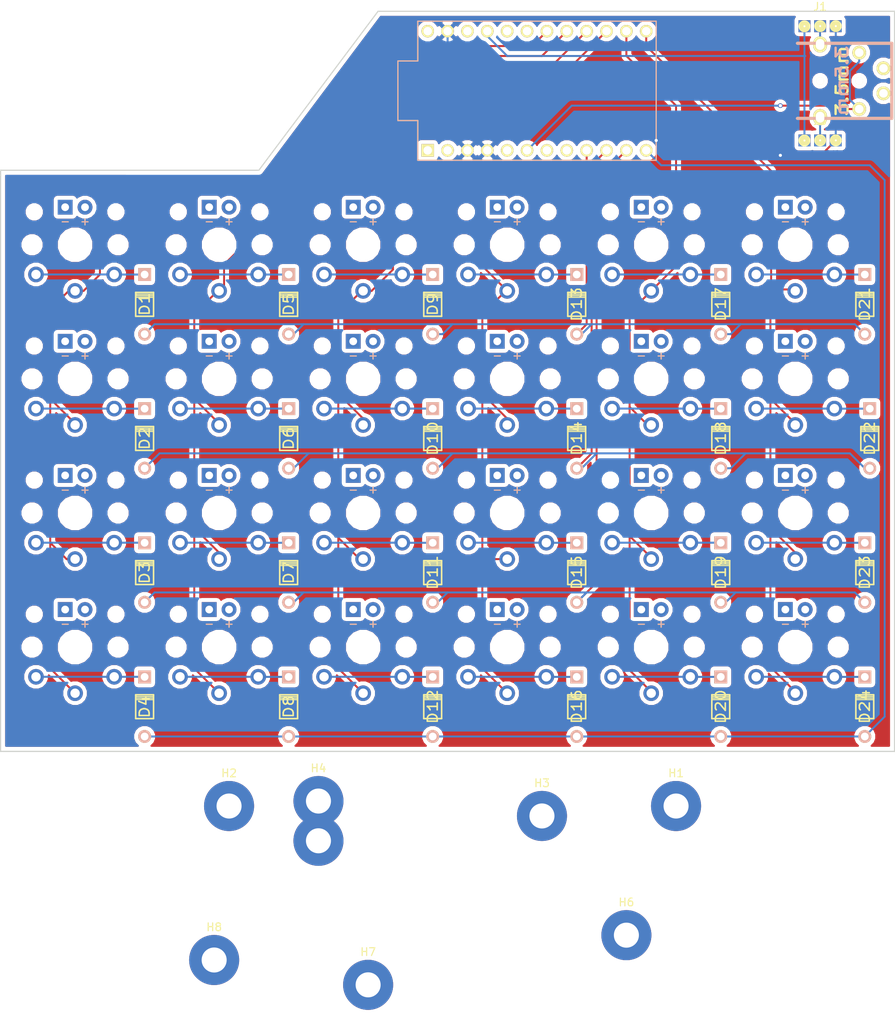
<source format=kicad_pcb>
(kicad_pcb (version 4) (host pcbnew 4.0.7)
  (layers (0 F.Cu signal) (31 B.Cu signal) (34 B.Paste user) (35 F.Paste user) (36 B.SilkS user) (37 F.SilkS user) (38 B.Mask user) (39 F.Mask user) (44 Edge.Cuts user))
  (net 0 "")
  (net 1 row0)
  (net 2 "Net-(D1-Pad2)")
  (net 3 row1)
  (net 4 "Net-(D2-Pad2)")
  (net 5 row2)
  (net 6 "Net-(D3-Pad2)")
  (net 7 row3)
  (net 8 "Net-(D4-Pad2)")
  (net 9 "Net-(D5-Pad2)")
  (net 10 "Net-(D6-Pad2)")
  (net 11 "Net-(D7-Pad2)")
  (net 12 "Net-(D8-Pad2)")
  (net 13 "Net-(D9-Pad2)")
  (net 14 "Net-(D10-Pad2)")
  (net 15 "Net-(D11-Pad2)")
  (net 16 "Net-(D12-Pad2)")
  (net 17 "Net-(D13-Pad2)")
  (net 18 "Net-(D14-Pad2)")
  (net 19 "Net-(D15-Pad2)")
  (net 20 "Net-(D16-Pad2)")
  (net 21 "Net-(D17-Pad2)")
  (net 22 "Net-(D18-Pad2)")
  (net 23 "Net-(D19-Pad2)")
  (net 24 "Net-(D20-Pad2)")
  (net 25 "Net-(D21-Pad2)")
  (net 26 "Net-(D22-Pad2)")
  (net 27 "Net-(D23-Pad2)")
  (net 28 "Net-(D24-Pad2)")
  (net 29 GND)
  (net 30 "Net-(J1-Pad2)")
  (net 31 VCC)
  (net 32 data)
  (net 33 "Net-(J2-Pad3)")
  (net 34 "Net-(J2-Pad4)")
  (net 35 "Net-(J2-Pad5)")
  (net 36 col0)
  (net 37 col1)
  (net 38 col2)
  (net 39 col3)
  (net 40 col4)
  (net 41 col5)
  (net 42 "Net-(U1-Pad1)")
  (net 43 "Net-(U1-Pad2)")
  (net 44 "Net-(U1-Pad5)")
  (net 45 "Net-(U1-Pad7)")
  (net 46 "Net-(U1-Pad8)")
  (net 47 "Net-(U1-Pad19)")
  (net 48 "Net-(U1-Pad20)")
  (net 49 "Net-(U1-Pad22)")
  (net 50 "Net-(U1-Pad24)")
  (module keyboard:Kailh-PG1350-1u-reversible (layer F.Cu) (at 121.92 52.705)
    (fp_text reference SW21)
    (fp_text value SW_DIP_x01 hide)
    (fp_text user - (at -1.26 -3 180) (layer B.SilkS) (effects (justify mirror)))
    (fp_text user + (at 1.27 -3 180) (layer B.SilkS) (effects (justify mirror)))
    (fp_text user - (at -1.26 -3 180) (layer F.SilkS))
    (fp_text user + (at 1.27 -3 180) (layer F.SilkS))
    (pad "" np_thru_hole circle (at -5.22 -4.2 180) (size 1.2 1.2) (drill 1.2) (layers *.Cu))
    (pad 2 thru_hole circle (at 5 3.8 41.9) (size 2 2) (drill 1.2) (layers *.Cu *.Mask) (net 25 "Net-(D21-Pad2)"))
    (pad "" np_thru_hole circle (at 5.22 -4.2 180) (size 1.2 1.2) (drill 1.2) (layers *.Cu))
    (pad "" np_thru_hole circle (at 0 0 180) (size 3.4 3.4) (drill 3.4) (layers *.Cu))
    (pad 4 thru_hole rect (at -1.27 -4.8 180) (size 1.905 1.905) (drill 0.9906) (layers *.Cu *.Mask))
    (pad 3 thru_hole circle (at 1.27 -4.8 180) (size 1.905 1.905) (drill 0.9906) (layers *.Cu *.Mask))
    (pad 1 thru_hole circle (at 0 5.9 180) (size 2 2) (drill 1.2) (layers *.Cu *.Mask) (net 41 col5))
    (pad 2 thru_hole circle (at -5 3.8 41.9) (size 2 2) (drill 1.2) (layers *.Cu *.Mask) (net 25 "Net-(D21-Pad2)"))
    (pad "" np_thru_hole circle (at -5.5 0 180) (size 1.7 1.7) (drill 1.7) (layers *.Cu))
    (pad "" np_thru_hole circle (at 5.5 0 180) (size 1.7 1.7) (drill 1.7) (layers *.Cu))
  )
  (module keyboard:Diode (layer F.Cu) (at 38.735 60.325 90)
    (fp_text reference D1 (at 0 0 90) (layer F.SilkS) (effects (font (size 1.27 1.524) (thickness 0.2032))))
    (fp_text value D hide)
    (pad 1 thru_hole circle (at -3.81 0 90) (size 1.651 1.651) (drill 0.9906) (layers *.Cu *.SilkS *.Mask) (net 1 row0))
    (pad 2 thru_hole rect (at 3.81 0 90) (size 1.651 1.651) (drill 0.9906) (layers *.Cu *.SilkS *.Mask) (net 2 "Net-(D1-Pad2)"))
  )
  (module keyboard:Diode (layer F.Cu) (at 38.735 77.47 90)
    (fp_text reference D2 (at 0 0 90) (layer F.SilkS) (effects (font (size 1.27 1.524) (thickness 0.2032))))
    (fp_text value D hide)
    (pad 1 thru_hole circle (at -3.81 0 90) (size 1.651 1.651) (drill 0.9906) (layers *.Cu *.SilkS *.Mask) (net 3 row1))
    (pad 2 thru_hole rect (at 3.81 0 90) (size 1.651 1.651) (drill 0.9906) (layers *.Cu *.SilkS *.Mask) (net 4 "Net-(D2-Pad2)"))
  )
  (module keyboard:Diode (layer F.Cu) (at 38.735 94.615 90)
    (fp_text reference D3 (at 0 0 90) (layer F.SilkS) (effects (font (size 1.27 1.524) (thickness 0.2032))))
    (fp_text value D hide)
    (pad 1 thru_hole circle (at -3.81 0 90) (size 1.651 1.651) (drill 0.9906) (layers *.Cu *.SilkS *.Mask) (net 5 row2))
    (pad 2 thru_hole rect (at 3.81 0 90) (size 1.651 1.651) (drill 0.9906) (layers *.Cu *.SilkS *.Mask) (net 6 "Net-(D3-Pad2)"))
  )
  (module keyboard:Diode (layer F.Cu) (at 38.735 111.76 90)
    (fp_text reference D4 (at 0 0 90) (layer F.SilkS) (effects (font (size 1.27 1.524) (thickness 0.2032))))
    (fp_text value D hide)
    (pad 1 thru_hole circle (at -3.81 0 90) (size 1.651 1.651) (drill 0.9906) (layers *.Cu *.SilkS *.Mask) (net 7 row3))
    (pad 2 thru_hole rect (at 3.81 0 90) (size 1.651 1.651) (drill 0.9906) (layers *.Cu *.SilkS *.Mask) (net 8 "Net-(D4-Pad2)"))
  )
  (module keyboard:Diode (layer F.Cu) (at 57.15 60.325 90)
    (fp_text reference D5 (at 0 0 90) (layer F.SilkS) (effects (font (size 1.27 1.524) (thickness 0.2032))))
    (fp_text value D hide)
    (pad 1 thru_hole circle (at -3.81 0 90) (size 1.651 1.651) (drill 0.9906) (layers *.Cu *.SilkS *.Mask) (net 1 row0))
    (pad 2 thru_hole rect (at 3.81 0 90) (size 1.651 1.651) (drill 0.9906) (layers *.Cu *.SilkS *.Mask) (net 9 "Net-(D5-Pad2)"))
  )
  (module keyboard:Diode (layer F.Cu) (at 57.15 77.47 90)
    (fp_text reference D6 (at 0 0 90) (layer F.SilkS) (effects (font (size 1.27 1.524) (thickness 0.2032))))
    (fp_text value D hide)
    (pad 1 thru_hole circle (at -3.81 0 90) (size 1.651 1.651) (drill 0.9906) (layers *.Cu *.SilkS *.Mask) (net 3 row1))
    (pad 2 thru_hole rect (at 3.81 0 90) (size 1.651 1.651) (drill 0.9906) (layers *.Cu *.SilkS *.Mask) (net 10 "Net-(D6-Pad2)"))
  )
  (module keyboard:Diode (layer F.Cu) (at 57.15 94.615 90)
    (fp_text reference D7 (at 0 0 90) (layer F.SilkS) (effects (font (size 1.27 1.524) (thickness 0.2032))))
    (fp_text value D hide)
    (pad 1 thru_hole circle (at -3.81 0 90) (size 1.651 1.651) (drill 0.9906) (layers *.Cu *.SilkS *.Mask) (net 5 row2))
    (pad 2 thru_hole rect (at 3.81 0 90) (size 1.651 1.651) (drill 0.9906) (layers *.Cu *.SilkS *.Mask) (net 11 "Net-(D7-Pad2)"))
  )
  (module keyboard:Diode (layer F.Cu) (at 57.15 111.76 90)
    (fp_text reference D8 (at 0 0 90) (layer F.SilkS) (effects (font (size 1.27 1.524) (thickness 0.2032))))
    (fp_text value D hide)
    (pad 1 thru_hole circle (at -3.81 0 90) (size 1.651 1.651) (drill 0.9906) (layers *.Cu *.SilkS *.Mask) (net 7 row3))
    (pad 2 thru_hole rect (at 3.81 0 90) (size 1.651 1.651) (drill 0.9906) (layers *.Cu *.SilkS *.Mask) (net 12 "Net-(D8-Pad2)"))
  )
  (module keyboard:Diode (layer F.Cu) (at 75.565 60.325 90)
    (fp_text reference D9 (at 0 0 90) (layer F.SilkS) (effects (font (size 1.27 1.524) (thickness 0.2032))))
    (fp_text value D hide)
    (pad 1 thru_hole circle (at -3.81 0 90) (size 1.651 1.651) (drill 0.9906) (layers *.Cu *.SilkS *.Mask) (net 1 row0))
    (pad 2 thru_hole rect (at 3.81 0 90) (size 1.651 1.651) (drill 0.9906) (layers *.Cu *.SilkS *.Mask) (net 13 "Net-(D9-Pad2)"))
  )
  (module keyboard:Diode (layer F.Cu) (at 75.565 77.47 90)
    (fp_text reference D10 (at 0 0 90) (layer F.SilkS) (effects (font (size 1.27 1.524) (thickness 0.2032))))
    (fp_text value D hide)
    (pad 1 thru_hole circle (at -3.81 0 90) (size 1.651 1.651) (drill 0.9906) (layers *.Cu *.SilkS *.Mask) (net 3 row1))
    (pad 2 thru_hole rect (at 3.81 0 90) (size 1.651 1.651) (drill 0.9906) (layers *.Cu *.SilkS *.Mask) (net 14 "Net-(D10-Pad2)"))
  )
  (module keyboard:Diode (layer F.Cu) (at 75.565 94.615 90)
    (fp_text reference D11 (at 0 0 90) (layer F.SilkS) (effects (font (size 1.27 1.524) (thickness 0.2032))))
    (fp_text value D hide)
    (pad 1 thru_hole circle (at -3.81 0 90) (size 1.651 1.651) (drill 0.9906) (layers *.Cu *.SilkS *.Mask) (net 5 row2))
    (pad 2 thru_hole rect (at 3.81 0 90) (size 1.651 1.651) (drill 0.9906) (layers *.Cu *.SilkS *.Mask) (net 15 "Net-(D11-Pad2)"))
  )
  (module keyboard:Diode (layer F.Cu) (at 75.565 111.76 90)
    (fp_text reference D12 (at 0 0 90) (layer F.SilkS) (effects (font (size 1.27 1.524) (thickness 0.2032))))
    (fp_text value D hide)
    (pad 1 thru_hole circle (at -3.81 0 90) (size 1.651 1.651) (drill 0.9906) (layers *.Cu *.SilkS *.Mask) (net 7 row3))
    (pad 2 thru_hole rect (at 3.81 0 90) (size 1.651 1.651) (drill 0.9906) (layers *.Cu *.SilkS *.Mask) (net 16 "Net-(D12-Pad2)"))
  )
  (module keyboard:Diode (layer F.Cu) (at 93.98 60.325 90)
    (fp_text reference D13 (at 0 0 90) (layer F.SilkS) (effects (font (size 1.27 1.524) (thickness 0.2032))))
    (fp_text value D hide)
    (pad 1 thru_hole circle (at -3.81 0 90) (size 1.651 1.651) (drill 0.9906) (layers *.Cu *.SilkS *.Mask) (net 1 row0))
    (pad 2 thru_hole rect (at 3.81 0 90) (size 1.651 1.651) (drill 0.9906) (layers *.Cu *.SilkS *.Mask) (net 17 "Net-(D13-Pad2)"))
  )
  (module keyboard:Diode (layer F.Cu) (at 93.98 77.47 90)
    (fp_text reference D14 (at 0 0 90) (layer F.SilkS) (effects (font (size 1.27 1.524) (thickness 0.2032))))
    (fp_text value D hide)
    (pad 1 thru_hole circle (at -3.81 0 90) (size 1.651 1.651) (drill 0.9906) (layers *.Cu *.SilkS *.Mask) (net 3 row1))
    (pad 2 thru_hole rect (at 3.81 0 90) (size 1.651 1.651) (drill 0.9906) (layers *.Cu *.SilkS *.Mask) (net 18 "Net-(D14-Pad2)"))
  )
  (module keyboard:Diode (layer F.Cu) (at 93.98 94.615 90)
    (fp_text reference D15 (at 0 0 90) (layer F.SilkS) (effects (font (size 1.27 1.524) (thickness 0.2032))))
    (fp_text value D hide)
    (pad 1 thru_hole circle (at -3.81 0 90) (size 1.651 1.651) (drill 0.9906) (layers *.Cu *.SilkS *.Mask) (net 5 row2))
    (pad 2 thru_hole rect (at 3.81 0 90) (size 1.651 1.651) (drill 0.9906) (layers *.Cu *.SilkS *.Mask) (net 19 "Net-(D15-Pad2)"))
  )
  (module keyboard:Diode (layer F.Cu) (at 93.98 111.76 90)
    (fp_text reference D16 (at 0 0 90) (layer F.SilkS) (effects (font (size 1.27 1.524) (thickness 0.2032))))
    (fp_text value D hide)
    (pad 1 thru_hole circle (at -3.81 0 90) (size 1.651 1.651) (drill 0.9906) (layers *.Cu *.SilkS *.Mask) (net 7 row3))
    (pad 2 thru_hole rect (at 3.81 0 90) (size 1.651 1.651) (drill 0.9906) (layers *.Cu *.SilkS *.Mask) (net 20 "Net-(D16-Pad2)"))
  )
  (module keyboard:Diode (layer F.Cu) (at 112.395 60.325 90)
    (fp_text reference D17 (at 0 0 90) (layer F.SilkS) (effects (font (size 1.27 1.524) (thickness 0.2032))))
    (fp_text value D hide)
    (pad 1 thru_hole circle (at -3.81 0 90) (size 1.651 1.651) (drill 0.9906) (layers *.Cu *.SilkS *.Mask) (net 1 row0))
    (pad 2 thru_hole rect (at 3.81 0 90) (size 1.651 1.651) (drill 0.9906) (layers *.Cu *.SilkS *.Mask) (net 21 "Net-(D17-Pad2)"))
  )
  (module keyboard:Diode (layer F.Cu) (at 112.395 77.47 90)
    (fp_text reference D18 (at 0 0 90) (layer F.SilkS) (effects (font (size 1.27 1.524) (thickness 0.2032))))
    (fp_text value D hide)
    (pad 1 thru_hole circle (at -3.81 0 90) (size 1.651 1.651) (drill 0.9906) (layers *.Cu *.SilkS *.Mask) (net 3 row1))
    (pad 2 thru_hole rect (at 3.81 0 90) (size 1.651 1.651) (drill 0.9906) (layers *.Cu *.SilkS *.Mask) (net 22 "Net-(D18-Pad2)"))
  )
  (module keyboard:Diode (layer F.Cu) (at 112.395 94.615 90)
    (fp_text reference D19 (at 0 0 90) (layer F.SilkS) (effects (font (size 1.27 1.524) (thickness 0.2032))))
    (fp_text value D hide)
    (pad 1 thru_hole circle (at -3.81 0 90) (size 1.651 1.651) (drill 0.9906) (layers *.Cu *.SilkS *.Mask) (net 5 row2))
    (pad 2 thru_hole rect (at 3.81 0 90) (size 1.651 1.651) (drill 0.9906) (layers *.Cu *.SilkS *.Mask) (net 23 "Net-(D19-Pad2)"))
  )
  (module keyboard:Diode (layer F.Cu) (at 112.395 111.76 90)
    (fp_text reference D20 (at 0 0 90) (layer F.SilkS) (effects (font (size 1.27 1.524) (thickness 0.2032))))
    (fp_text value D hide)
    (pad 1 thru_hole circle (at -3.81 0 90) (size 1.651 1.651) (drill 0.9906) (layers *.Cu *.SilkS *.Mask) (net 7 row3))
    (pad 2 thru_hole rect (at 3.81 0 90) (size 1.651 1.651) (drill 0.9906) (layers *.Cu *.SilkS *.Mask) (net 24 "Net-(D20-Pad2)"))
  )
  (module keyboard:Diode (layer F.Cu) (at 130.81 60.325 90)
    (fp_text reference D21 (at 0 0 90) (layer F.SilkS) (effects (font (size 1.27 1.524) (thickness 0.2032))))
    (fp_text value D hide)
    (pad 1 thru_hole circle (at -3.81 0 90) (size 1.651 1.651) (drill 0.9906) (layers *.Cu *.SilkS *.Mask) (net 1 row0))
    (pad 2 thru_hole rect (at 3.81 0 90) (size 1.651 1.651) (drill 0.9906) (layers *.Cu *.SilkS *.Mask) (net 25 "Net-(D21-Pad2)"))
  )
  (module keyboard:Diode (layer F.Cu) (at 131.445 77.47 90)
    (fp_text reference D22 (at 0 0 90) (layer F.SilkS) (effects (font (size 1.27 1.524) (thickness 0.2032))))
    (fp_text value D hide)
    (pad 1 thru_hole circle (at -3.81 0 90) (size 1.651 1.651) (drill 0.9906) (layers *.Cu *.SilkS *.Mask) (net 3 row1))
    (pad 2 thru_hole rect (at 3.81 0 90) (size 1.651 1.651) (drill 0.9906) (layers *.Cu *.SilkS *.Mask) (net 26 "Net-(D22-Pad2)"))
  )
  (module keyboard:Diode (layer F.Cu) (at 130.81 94.615 90)
    (fp_text reference D23 (at 0 0 90) (layer F.SilkS) (effects (font (size 1.27 1.524) (thickness 0.2032))))
    (fp_text value D hide)
    (pad 1 thru_hole circle (at -3.81 0 90) (size 1.651 1.651) (drill 0.9906) (layers *.Cu *.SilkS *.Mask) (net 5 row2))
    (pad 2 thru_hole rect (at 3.81 0 90) (size 1.651 1.651) (drill 0.9906) (layers *.Cu *.SilkS *.Mask) (net 27 "Net-(D23-Pad2)"))
  )
  (module keyboard:Diode (layer F.Cu) (at 130.81 111.76 90)
    (fp_text reference D24 (at 0 0 90) (layer F.SilkS) (effects (font (size 1.27 1.524) (thickness 0.2032))))
    (fp_text value D hide)
    (pad 1 thru_hole circle (at -3.81 0 90) (size 1.651 1.651) (drill 0.9906) (layers *.Cu *.SilkS *.Mask) (net 7 row3))
    (pad 2 thru_hole rect (at 3.81 0 90) (size 1.651 1.651) (drill 0.9906) (layers *.Cu *.SilkS *.Mask) (net 28 "Net-(D24-Pad2)"))
  )
  (module keyboard:3_Pin_Jumper (layer F.Cu) (at 125.095 22.765 180)
    (fp_text reference J1 (at 0 0.5 180) (layer F.SilkS))
    (fp_text value 3pin)
    (pad 1 smd rect (at -2 -2 180) (size 1.524 1.524) (layers F.Cu F.Paste F.Mask) (net 29 GND))
    (pad 2 smd rect (at 0 -2 180) (size 1.524 1.524) (layers F.Cu F.Paste F.Mask) (net 30 "Net-(J1-Pad2)"))
    (pad 3 smd rect (at 2 -2 180) (size 1.524 1.524) (layers F.Cu F.Paste F.Mask) (net 31 VCC))
    (pad 1 smd rect (at -2 -2 180) (size 1.524 1.524) (layers B.Cu F.Paste F.Mask) (net 29 GND))
    (pad 2 smd rect (at 0 -2 180) (size 1.524 1.524) (layers B.Cu F.Paste F.Mask) (net 30 "Net-(J1-Pad2)"))
    (pad 3 smd rect (at 2 -2 180) (size 1.524 1.524) (layers B.Cu F.Paste F.Mask) (net 31 VCC))
    (pad 2 thru_hole circle (at -0.01 -1.99 180) (size 1.524 1.524) (drill 0.25) (layers *.Cu *.Mask F.SilkS) (net 30 "Net-(J1-Pad2)"))
    (pad 3 thru_hole circle (at 2 -2.01 180) (size 1.524 1.524) (drill 0.25) (layers *.Cu *.Mask F.SilkS) (net 31 VCC))
    (pad 1 thru_hole circle (at -2.01 -1.99 180) (size 1.524 1.524) (drill 0.25) (layers *.Cu *.Mask F.SilkS) (net 29 GND))
  )
  (module keyboard:4pin35mmAudio (layer F.Cu) (at 122.1994 31.75)
    (fp_text reference J2 hide)
    (fp_text value 6pin hide)
    (fp_text user 3.5mm (at 5.715 0 90) (layer F.SilkS) (effects (font (size 1.524 1.778) (thickness 0.3048))))
    (fp_text user 3.5mm (at 5.715 0 90) (layer B.SilkS) (effects (font (size 1.524 1.778) (thickness 0.3048)) (justify mirror)))
    (pad 1 thru_hole oval (at 2.8956 -4.6482) (size 1.7526 2.0574) (drill oval 1.0922 1.397) (layers *.Cu *.Mask F.SilkS) (net 30 "Net-(J1-Pad2)"))
    (pad 2 thru_hole circle (at 7.8994 3.6068) (size 1.7526 1.7526) (drill 1.0922) (layers *.Cu *.Mask F.SilkS) (net 32 data))
    (pad 3 thru_hole circle (at 10.9982 -1.6002) (size 1.7526 1.7526) (drill 1.0922) (layers *.Cu *.Mask F.SilkS) (net 33 "Net-(J2-Pad3)"))
    (pad 4 thru_hole oval (at 2.8956 4.6482) (size 1.7526 2.0574) (drill oval 1.0922 1.397) (layers *.Cu *.Mask F.SilkS) (net 34 "Net-(J2-Pad4)"))
    (pad 5 thru_hole circle (at 10.9982 1.6002) (size 1.7526 1.7526) (drill 1.0922) (layers *.Cu *.Mask F.SilkS) (net 35 "Net-(J2-Pad5)"))
    (pad 6 thru_hole circle (at 7.8994 -3.6068) (size 1.7526 1.7526) (drill 1.0922) (layers *.Cu *.Mask F.SilkS) (net 32 data))
    (pad HOLE np_thru_hole circle (at 2.8956 0) (size 0.9906 0.9906) (drill 0.9906) (layers *.Cu *.Mask F.SilkS))
    (pad HOLE np_thru_hole circle (at 7.8994 0) (size 0.9906 0.9906) (drill 0.9906) (layers *.Cu *.Mask F.SilkS))
  )
  (module keyboard:3_Pin_Jumper (layer F.Cu) (at 125.095 37.37 180)
    (fp_text reference J3 (at 0 0.5 180) (layer F.SilkS))
    (fp_text value 3pin)
    (pad 1 smd rect (at -2 -2 180) (size 1.524 1.524) (layers F.Cu F.Paste F.Mask) (net 29 GND))
    (pad 2 smd rect (at 0 -2 180) (size 1.524 1.524) (layers F.Cu F.Paste F.Mask) (net 34 "Net-(J2-Pad4)"))
    (pad 3 smd rect (at 2 -2 180) (size 1.524 1.524) (layers F.Cu F.Paste F.Mask) (net 31 VCC))
    (pad 1 smd rect (at -2 -2 180) (size 1.524 1.524) (layers B.Cu F.Paste F.Mask) (net 29 GND))
    (pad 2 smd rect (at 0 -2 180) (size 1.524 1.524) (layers B.Cu F.Paste F.Mask) (net 34 "Net-(J2-Pad4)"))
    (pad 3 smd rect (at 2 -2 180) (size 1.524 1.524) (layers B.Cu F.Paste F.Mask) (net 31 VCC))
    (pad 2 thru_hole circle (at -0.01 -1.99 180) (size 1.524 1.524) (drill 0.25) (layers *.Cu *.Mask F.SilkS) (net 34 "Net-(J2-Pad4)"))
    (pad 3 thru_hole circle (at 2 -2.01 180) (size 1.524 1.524) (drill 0.25) (layers *.Cu *.Mask F.SilkS) (net 31 VCC))
    (pad 1 thru_hole circle (at -2.01 -1.99 180) (size 1.524 1.524) (drill 0.25) (layers *.Cu *.Mask F.SilkS) (net 29 GND))
  )
  (module keyboard:Kailh-PG1350-1u-reversible (layer F.Cu) (at 29.845 52.705)
    (fp_text reference SW1)
    (fp_text value SW_DIP_x01 hide)
    (fp_text user - (at -1.26 -3 180) (layer B.SilkS) (effects (justify mirror)))
    (fp_text user + (at 1.27 -3 180) (layer B.SilkS) (effects (justify mirror)))
    (fp_text user - (at -1.26 -3 180) (layer F.SilkS))
    (fp_text user + (at 1.27 -3 180) (layer F.SilkS))
    (pad "" np_thru_hole circle (at -5.22 -4.2 180) (size 1.2 1.2) (drill 1.2) (layers *.Cu))
    (pad 2 thru_hole circle (at 5 3.8 41.9) (size 2 2) (drill 1.2) (layers *.Cu *.Mask) (net 2 "Net-(D1-Pad2)"))
    (pad "" np_thru_hole circle (at 5.22 -4.2 180) (size 1.2 1.2) (drill 1.2) (layers *.Cu))
    (pad "" np_thru_hole circle (at 0 0 180) (size 3.4 3.4) (drill 3.4) (layers *.Cu))
    (pad 4 thru_hole rect (at -1.27 -4.8 180) (size 1.905 1.905) (drill 0.9906) (layers *.Cu *.Mask))
    (pad 3 thru_hole circle (at 1.27 -4.8 180) (size 1.905 1.905) (drill 0.9906) (layers *.Cu *.Mask))
    (pad 1 thru_hole circle (at 0 5.9 180) (size 2 2) (drill 1.2) (layers *.Cu *.Mask) (net 36 col0))
    (pad 2 thru_hole circle (at -5 3.8 41.9) (size 2 2) (drill 1.2) (layers *.Cu *.Mask) (net 2 "Net-(D1-Pad2)"))
    (pad "" np_thru_hole circle (at -5.5 0 180) (size 1.7 1.7) (drill 1.7) (layers *.Cu))
    (pad "" np_thru_hole circle (at 5.5 0 180) (size 1.7 1.7) (drill 1.7) (layers *.Cu))
  )
  (module keyboard:Kailh-PG1350-1u-reversible (layer F.Cu) (at 29.845 69.85)
    (fp_text reference SW2)
    (fp_text value SW_DIP_x01 hide)
    (fp_text user - (at -1.26 -3 180) (layer B.SilkS) (effects (justify mirror)))
    (fp_text user + (at 1.27 -3 180) (layer B.SilkS) (effects (justify mirror)))
    (fp_text user - (at -1.26 -3 180) (layer F.SilkS))
    (fp_text user + (at 1.27 -3 180) (layer F.SilkS))
    (pad "" np_thru_hole circle (at -5.22 -4.2 180) (size 1.2 1.2) (drill 1.2) (layers *.Cu))
    (pad 2 thru_hole circle (at 5 3.8 41.9) (size 2 2) (drill 1.2) (layers *.Cu *.Mask) (net 4 "Net-(D2-Pad2)"))
    (pad "" np_thru_hole circle (at 5.22 -4.2 180) (size 1.2 1.2) (drill 1.2) (layers *.Cu))
    (pad "" np_thru_hole circle (at 0 0 180) (size 3.4 3.4) (drill 3.4) (layers *.Cu))
    (pad 4 thru_hole rect (at -1.27 -4.8 180) (size 1.905 1.905) (drill 0.9906) (layers *.Cu *.Mask))
    (pad 3 thru_hole circle (at 1.27 -4.8 180) (size 1.905 1.905) (drill 0.9906) (layers *.Cu *.Mask))
    (pad 1 thru_hole circle (at 0 5.9 180) (size 2 2) (drill 1.2) (layers *.Cu *.Mask) (net 36 col0))
    (pad 2 thru_hole circle (at -5 3.8 41.9) (size 2 2) (drill 1.2) (layers *.Cu *.Mask) (net 4 "Net-(D2-Pad2)"))
    (pad "" np_thru_hole circle (at -5.5 0 180) (size 1.7 1.7) (drill 1.7) (layers *.Cu))
    (pad "" np_thru_hole circle (at 5.5 0 180) (size 1.7 1.7) (drill 1.7) (layers *.Cu))
  )
  (module keyboard:Kailh-PG1350-1u-reversible (layer F.Cu) (at 29.845 86.995)
    (fp_text reference SW3)
    (fp_text value SW_DIP_x01 hide)
    (fp_text user - (at -1.26 -3 180) (layer B.SilkS) (effects (justify mirror)))
    (fp_text user + (at 1.27 -3 180) (layer B.SilkS) (effects (justify mirror)))
    (fp_text user - (at -1.26 -3 180) (layer F.SilkS))
    (fp_text user + (at 1.27 -3 180) (layer F.SilkS))
    (pad "" np_thru_hole circle (at -5.22 -4.2 180) (size 1.2 1.2) (drill 1.2) (layers *.Cu))
    (pad 2 thru_hole circle (at 5 3.8 41.9) (size 2 2) (drill 1.2) (layers *.Cu *.Mask) (net 6 "Net-(D3-Pad2)"))
    (pad "" np_thru_hole circle (at 5.22 -4.2 180) (size 1.2 1.2) (drill 1.2) (layers *.Cu))
    (pad "" np_thru_hole circle (at 0 0 180) (size 3.4 3.4) (drill 3.4) (layers *.Cu))
    (pad 4 thru_hole rect (at -1.27 -4.8 180) (size 1.905 1.905) (drill 0.9906) (layers *.Cu *.Mask))
    (pad 3 thru_hole circle (at 1.27 -4.8 180) (size 1.905 1.905) (drill 0.9906) (layers *.Cu *.Mask))
    (pad 1 thru_hole circle (at 0 5.9 180) (size 2 2) (drill 1.2) (layers *.Cu *.Mask) (net 36 col0))
    (pad 2 thru_hole circle (at -5 3.8 41.9) (size 2 2) (drill 1.2) (layers *.Cu *.Mask) (net 6 "Net-(D3-Pad2)"))
    (pad "" np_thru_hole circle (at -5.5 0 180) (size 1.7 1.7) (drill 1.7) (layers *.Cu))
    (pad "" np_thru_hole circle (at 5.5 0 180) (size 1.7 1.7) (drill 1.7) (layers *.Cu))
  )
  (module keyboard:Kailh-PG1350-1u-reversible (layer F.Cu) (at 29.845 104.14)
    (fp_text reference SW4)
    (fp_text value SW_DIP_x01 hide)
    (fp_text user - (at -1.26 -3 180) (layer B.SilkS) (effects (justify mirror)))
    (fp_text user + (at 1.27 -3 180) (layer B.SilkS) (effects (justify mirror)))
    (fp_text user - (at -1.26 -3 180) (layer F.SilkS))
    (fp_text user + (at 1.27 -3 180) (layer F.SilkS))
    (pad "" np_thru_hole circle (at -5.22 -4.2 180) (size 1.2 1.2) (drill 1.2) (layers *.Cu))
    (pad 2 thru_hole circle (at 5 3.8 41.9) (size 2 2) (drill 1.2) (layers *.Cu *.Mask) (net 8 "Net-(D4-Pad2)"))
    (pad "" np_thru_hole circle (at 5.22 -4.2 180) (size 1.2 1.2) (drill 1.2) (layers *.Cu))
    (pad "" np_thru_hole circle (at 0 0 180) (size 3.4 3.4) (drill 3.4) (layers *.Cu))
    (pad 4 thru_hole rect (at -1.27 -4.8 180) (size 1.905 1.905) (drill 0.9906) (layers *.Cu *.Mask))
    (pad 3 thru_hole circle (at 1.27 -4.8 180) (size 1.905 1.905) (drill 0.9906) (layers *.Cu *.Mask))
    (pad 1 thru_hole circle (at 0 5.9 180) (size 2 2) (drill 1.2) (layers *.Cu *.Mask) (net 36 col0))
    (pad 2 thru_hole circle (at -5 3.8 41.9) (size 2 2) (drill 1.2) (layers *.Cu *.Mask) (net 8 "Net-(D4-Pad2)"))
    (pad "" np_thru_hole circle (at -5.5 0 180) (size 1.7 1.7) (drill 1.7) (layers *.Cu))
    (pad "" np_thru_hole circle (at 5.5 0 180) (size 1.7 1.7) (drill 1.7) (layers *.Cu))
  )
  (module keyboard:Kailh-PG1350-1u-reversible (layer F.Cu) (at 48.26 52.705)
    (fp_text reference SW5)
    (fp_text value SW_DIP_x01 hide)
    (fp_text user - (at -1.26 -3 180) (layer B.SilkS) (effects (justify mirror)))
    (fp_text user + (at 1.27 -3 180) (layer B.SilkS) (effects (justify mirror)))
    (fp_text user - (at -1.26 -3 180) (layer F.SilkS))
    (fp_text user + (at 1.27 -3 180) (layer F.SilkS))
    (pad "" np_thru_hole circle (at -5.22 -4.2 180) (size 1.2 1.2) (drill 1.2) (layers *.Cu))
    (pad 2 thru_hole circle (at 5 3.8 41.9) (size 2 2) (drill 1.2) (layers *.Cu *.Mask) (net 9 "Net-(D5-Pad2)"))
    (pad "" np_thru_hole circle (at 5.22 -4.2 180) (size 1.2 1.2) (drill 1.2) (layers *.Cu))
    (pad "" np_thru_hole circle (at 0 0 180) (size 3.4 3.4) (drill 3.4) (layers *.Cu))
    (pad 4 thru_hole rect (at -1.27 -4.8 180) (size 1.905 1.905) (drill 0.9906) (layers *.Cu *.Mask))
    (pad 3 thru_hole circle (at 1.27 -4.8 180) (size 1.905 1.905) (drill 0.9906) (layers *.Cu *.Mask))
    (pad 1 thru_hole circle (at 0 5.9 180) (size 2 2) (drill 1.2) (layers *.Cu *.Mask) (net 37 col1))
    (pad 2 thru_hole circle (at -5 3.8 41.9) (size 2 2) (drill 1.2) (layers *.Cu *.Mask) (net 9 "Net-(D5-Pad2)"))
    (pad "" np_thru_hole circle (at -5.5 0 180) (size 1.7 1.7) (drill 1.7) (layers *.Cu))
    (pad "" np_thru_hole circle (at 5.5 0 180) (size 1.7 1.7) (drill 1.7) (layers *.Cu))
  )
  (module keyboard:Kailh-PG1350-1u-reversible (layer F.Cu) (at 48.26 69.85)
    (fp_text reference SW6)
    (fp_text value SW_DIP_x01 hide)
    (fp_text user - (at -1.26 -3 180) (layer B.SilkS) (effects (justify mirror)))
    (fp_text user + (at 1.27 -3 180) (layer B.SilkS) (effects (justify mirror)))
    (fp_text user - (at -1.26 -3 180) (layer F.SilkS))
    (fp_text user + (at 1.27 -3 180) (layer F.SilkS))
    (pad "" np_thru_hole circle (at -5.22 -4.2 180) (size 1.2 1.2) (drill 1.2) (layers *.Cu))
    (pad 2 thru_hole circle (at 5 3.8 41.9) (size 2 2) (drill 1.2) (layers *.Cu *.Mask) (net 10 "Net-(D6-Pad2)"))
    (pad "" np_thru_hole circle (at 5.22 -4.2 180) (size 1.2 1.2) (drill 1.2) (layers *.Cu))
    (pad "" np_thru_hole circle (at 0 0 180) (size 3.4 3.4) (drill 3.4) (layers *.Cu))
    (pad 4 thru_hole rect (at -1.27 -4.8 180) (size 1.905 1.905) (drill 0.9906) (layers *.Cu *.Mask))
    (pad 3 thru_hole circle (at 1.27 -4.8 180) (size 1.905 1.905) (drill 0.9906) (layers *.Cu *.Mask))
    (pad 1 thru_hole circle (at 0 5.9 180) (size 2 2) (drill 1.2) (layers *.Cu *.Mask) (net 37 col1))
    (pad 2 thru_hole circle (at -5 3.8 41.9) (size 2 2) (drill 1.2) (layers *.Cu *.Mask) (net 10 "Net-(D6-Pad2)"))
    (pad "" np_thru_hole circle (at -5.5 0 180) (size 1.7 1.7) (drill 1.7) (layers *.Cu))
    (pad "" np_thru_hole circle (at 5.5 0 180) (size 1.7 1.7) (drill 1.7) (layers *.Cu))
  )
  (module keyboard:Kailh-PG1350-1u-reversible (layer F.Cu) (at 48.26 86.995)
    (fp_text reference SW7)
    (fp_text value SW_DIP_x01 hide)
    (fp_text user - (at -1.26 -3 180) (layer B.SilkS) (effects (justify mirror)))
    (fp_text user + (at 1.27 -3 180) (layer B.SilkS) (effects (justify mirror)))
    (fp_text user - (at -1.26 -3 180) (layer F.SilkS))
    (fp_text user + (at 1.27 -3 180) (layer F.SilkS))
    (pad "" np_thru_hole circle (at -5.22 -4.2 180) (size 1.2 1.2) (drill 1.2) (layers *.Cu))
    (pad 2 thru_hole circle (at 5 3.8 41.9) (size 2 2) (drill 1.2) (layers *.Cu *.Mask) (net 11 "Net-(D7-Pad2)"))
    (pad "" np_thru_hole circle (at 5.22 -4.2 180) (size 1.2 1.2) (drill 1.2) (layers *.Cu))
    (pad "" np_thru_hole circle (at 0 0 180) (size 3.4 3.4) (drill 3.4) (layers *.Cu))
    (pad 4 thru_hole rect (at -1.27 -4.8 180) (size 1.905 1.905) (drill 0.9906) (layers *.Cu *.Mask))
    (pad 3 thru_hole circle (at 1.27 -4.8 180) (size 1.905 1.905) (drill 0.9906) (layers *.Cu *.Mask))
    (pad 1 thru_hole circle (at 0 5.9 180) (size 2 2) (drill 1.2) (layers *.Cu *.Mask) (net 37 col1))
    (pad 2 thru_hole circle (at -5 3.8 41.9) (size 2 2) (drill 1.2) (layers *.Cu *.Mask) (net 11 "Net-(D7-Pad2)"))
    (pad "" np_thru_hole circle (at -5.5 0 180) (size 1.7 1.7) (drill 1.7) (layers *.Cu))
    (pad "" np_thru_hole circle (at 5.5 0 180) (size 1.7 1.7) (drill 1.7) (layers *.Cu))
  )
  (module keyboard:Kailh-PG1350-1u-reversible (layer F.Cu) (at 48.26 104.14)
    (fp_text reference SW8)
    (fp_text value SW_DIP_x01 hide)
    (fp_text user - (at -1.26 -3 180) (layer B.SilkS) (effects (justify mirror)))
    (fp_text user + (at 1.27 -3 180) (layer B.SilkS) (effects (justify mirror)))
    (fp_text user - (at -1.26 -3 180) (layer F.SilkS))
    (fp_text user + (at 1.27 -3 180) (layer F.SilkS))
    (pad "" np_thru_hole circle (at -5.22 -4.2 180) (size 1.2 1.2) (drill 1.2) (layers *.Cu))
    (pad 2 thru_hole circle (at 5 3.8 41.9) (size 2 2) (drill 1.2) (layers *.Cu *.Mask) (net 12 "Net-(D8-Pad2)"))
    (pad "" np_thru_hole circle (at 5.22 -4.2 180) (size 1.2 1.2) (drill 1.2) (layers *.Cu))
    (pad "" np_thru_hole circle (at 0 0 180) (size 3.4 3.4) (drill 3.4) (layers *.Cu))
    (pad 4 thru_hole rect (at -1.27 -4.8 180) (size 1.905 1.905) (drill 0.9906) (layers *.Cu *.Mask))
    (pad 3 thru_hole circle (at 1.27 -4.8 180) (size 1.905 1.905) (drill 0.9906) (layers *.Cu *.Mask))
    (pad 1 thru_hole circle (at 0 5.9 180) (size 2 2) (drill 1.2) (layers *.Cu *.Mask) (net 37 col1))
    (pad 2 thru_hole circle (at -5 3.8 41.9) (size 2 2) (drill 1.2) (layers *.Cu *.Mask) (net 12 "Net-(D8-Pad2)"))
    (pad "" np_thru_hole circle (at -5.5 0 180) (size 1.7 1.7) (drill 1.7) (layers *.Cu))
    (pad "" np_thru_hole circle (at 5.5 0 180) (size 1.7 1.7) (drill 1.7) (layers *.Cu))
  )
  (module keyboard:Kailh-PG1350-1u-reversible (layer F.Cu) (at 66.675 52.705)
    (fp_text reference SW9)
    (fp_text value SW_DIP_x01 hide)
    (fp_text user - (at -1.26 -3 180) (layer B.SilkS) (effects (justify mirror)))
    (fp_text user + (at 1.27 -3 180) (layer B.SilkS) (effects (justify mirror)))
    (fp_text user - (at -1.26 -3 180) (layer F.SilkS))
    (fp_text user + (at 1.27 -3 180) (layer F.SilkS))
    (pad "" np_thru_hole circle (at -5.22 -4.2 180) (size 1.2 1.2) (drill 1.2) (layers *.Cu))
    (pad 2 thru_hole circle (at 5 3.8 41.9) (size 2 2) (drill 1.2) (layers *.Cu *.Mask) (net 13 "Net-(D9-Pad2)"))
    (pad "" np_thru_hole circle (at 5.22 -4.2 180) (size 1.2 1.2) (drill 1.2) (layers *.Cu))
    (pad "" np_thru_hole circle (at 0 0 180) (size 3.4 3.4) (drill 3.4) (layers *.Cu))
    (pad 4 thru_hole rect (at -1.27 -4.8 180) (size 1.905 1.905) (drill 0.9906) (layers *.Cu *.Mask))
    (pad 3 thru_hole circle (at 1.27 -4.8 180) (size 1.905 1.905) (drill 0.9906) (layers *.Cu *.Mask))
    (pad 1 thru_hole circle (at 0 5.9 180) (size 2 2) (drill 1.2) (layers *.Cu *.Mask) (net 38 col2))
    (pad 2 thru_hole circle (at -5 3.8 41.9) (size 2 2) (drill 1.2) (layers *.Cu *.Mask) (net 13 "Net-(D9-Pad2)"))
    (pad "" np_thru_hole circle (at -5.5 0 180) (size 1.7 1.7) (drill 1.7) (layers *.Cu))
    (pad "" np_thru_hole circle (at 5.5 0 180) (size 1.7 1.7) (drill 1.7) (layers *.Cu))
  )
  (module keyboard:Kailh-PG1350-1u-reversible (layer F.Cu) (at 66.675 69.85)
    (fp_text reference SW10)
    (fp_text value SW_DIP_x01 hide)
    (fp_text user - (at -1.26 -3 180) (layer B.SilkS) (effects (justify mirror)))
    (fp_text user + (at 1.27 -3 180) (layer B.SilkS) (effects (justify mirror)))
    (fp_text user - (at -1.26 -3 180) (layer F.SilkS))
    (fp_text user + (at 1.27 -3 180) (layer F.SilkS))
    (pad "" np_thru_hole circle (at -5.22 -4.2 180) (size 1.2 1.2) (drill 1.2) (layers *.Cu))
    (pad 2 thru_hole circle (at 5 3.8 41.9) (size 2 2) (drill 1.2) (layers *.Cu *.Mask) (net 14 "Net-(D10-Pad2)"))
    (pad "" np_thru_hole circle (at 5.22 -4.2 180) (size 1.2 1.2) (drill 1.2) (layers *.Cu))
    (pad "" np_thru_hole circle (at 0 0 180) (size 3.4 3.4) (drill 3.4) (layers *.Cu))
    (pad 4 thru_hole rect (at -1.27 -4.8 180) (size 1.905 1.905) (drill 0.9906) (layers *.Cu *.Mask))
    (pad 3 thru_hole circle (at 1.27 -4.8 180) (size 1.905 1.905) (drill 0.9906) (layers *.Cu *.Mask))
    (pad 1 thru_hole circle (at 0 5.9 180) (size 2 2) (drill 1.2) (layers *.Cu *.Mask) (net 38 col2))
    (pad 2 thru_hole circle (at -5 3.8 41.9) (size 2 2) (drill 1.2) (layers *.Cu *.Mask) (net 14 "Net-(D10-Pad2)"))
    (pad "" np_thru_hole circle (at -5.5 0 180) (size 1.7 1.7) (drill 1.7) (layers *.Cu))
    (pad "" np_thru_hole circle (at 5.5 0 180) (size 1.7 1.7) (drill 1.7) (layers *.Cu))
  )
  (module keyboard:Kailh-PG1350-1u-reversible (layer F.Cu) (at 66.675 86.995)
    (fp_text reference SW11)
    (fp_text value SW_DIP_x01 hide)
    (fp_text user - (at -1.26 -3 180) (layer B.SilkS) (effects (justify mirror)))
    (fp_text user + (at 1.27 -3 180) (layer B.SilkS) (effects (justify mirror)))
    (fp_text user - (at -1.26 -3 180) (layer F.SilkS))
    (fp_text user + (at 1.27 -3 180) (layer F.SilkS))
    (pad "" np_thru_hole circle (at -5.22 -4.2 180) (size 1.2 1.2) (drill 1.2) (layers *.Cu))
    (pad 2 thru_hole circle (at 5 3.8 41.9) (size 2 2) (drill 1.2) (layers *.Cu *.Mask) (net 15 "Net-(D11-Pad2)"))
    (pad "" np_thru_hole circle (at 5.22 -4.2 180) (size 1.2 1.2) (drill 1.2) (layers *.Cu))
    (pad "" np_thru_hole circle (at 0 0 180) (size 3.4 3.4) (drill 3.4) (layers *.Cu))
    (pad 4 thru_hole rect (at -1.27 -4.8 180) (size 1.905 1.905) (drill 0.9906) (layers *.Cu *.Mask))
    (pad 3 thru_hole circle (at 1.27 -4.8 180) (size 1.905 1.905) (drill 0.9906) (layers *.Cu *.Mask))
    (pad 1 thru_hole circle (at 0 5.9 180) (size 2 2) (drill 1.2) (layers *.Cu *.Mask) (net 38 col2))
    (pad 2 thru_hole circle (at -5 3.8 41.9) (size 2 2) (drill 1.2) (layers *.Cu *.Mask) (net 15 "Net-(D11-Pad2)"))
    (pad "" np_thru_hole circle (at -5.5 0 180) (size 1.7 1.7) (drill 1.7) (layers *.Cu))
    (pad "" np_thru_hole circle (at 5.5 0 180) (size 1.7 1.7) (drill 1.7) (layers *.Cu))
  )
  (module keyboard:Kailh-PG1350-1u-reversible (layer F.Cu) (at 66.675 104.14)
    (fp_text reference SW12)
    (fp_text value SW_DIP_x01 hide)
    (fp_text user - (at -1.26 -3 180) (layer B.SilkS) (effects (justify mirror)))
    (fp_text user + (at 1.27 -3 180) (layer B.SilkS) (effects (justify mirror)))
    (fp_text user - (at -1.26 -3 180) (layer F.SilkS))
    (fp_text user + (at 1.27 -3 180) (layer F.SilkS))
    (pad "" np_thru_hole circle (at -5.22 -4.2 180) (size 1.2 1.2) (drill 1.2) (layers *.Cu))
    (pad 2 thru_hole circle (at 5 3.8 41.9) (size 2 2) (drill 1.2) (layers *.Cu *.Mask) (net 16 "Net-(D12-Pad2)"))
    (pad "" np_thru_hole circle (at 5.22 -4.2 180) (size 1.2 1.2) (drill 1.2) (layers *.Cu))
    (pad "" np_thru_hole circle (at 0 0 180) (size 3.4 3.4) (drill 3.4) (layers *.Cu))
    (pad 4 thru_hole rect (at -1.27 -4.8 180) (size 1.905 1.905) (drill 0.9906) (layers *.Cu *.Mask))
    (pad 3 thru_hole circle (at 1.27 -4.8 180) (size 1.905 1.905) (drill 0.9906) (layers *.Cu *.Mask))
    (pad 1 thru_hole circle (at 0 5.9 180) (size 2 2) (drill 1.2) (layers *.Cu *.Mask) (net 38 col2))
    (pad 2 thru_hole circle (at -5 3.8 41.9) (size 2 2) (drill 1.2) (layers *.Cu *.Mask) (net 16 "Net-(D12-Pad2)"))
    (pad "" np_thru_hole circle (at -5.5 0 180) (size 1.7 1.7) (drill 1.7) (layers *.Cu))
    (pad "" np_thru_hole circle (at 5.5 0 180) (size 1.7 1.7) (drill 1.7) (layers *.Cu))
  )
  (module keyboard:Kailh-PG1350-1u-reversible (layer F.Cu) (at 85.09 52.705)
    (fp_text reference SW13)
    (fp_text value SW_DIP_x01 hide)
    (fp_text user - (at -1.26 -3 180) (layer B.SilkS) (effects (justify mirror)))
    (fp_text user + (at 1.27 -3 180) (layer B.SilkS) (effects (justify mirror)))
    (fp_text user - (at -1.26 -3 180) (layer F.SilkS))
    (fp_text user + (at 1.27 -3 180) (layer F.SilkS))
    (pad "" np_thru_hole circle (at -5.22 -4.2 180) (size 1.2 1.2) (drill 1.2) (layers *.Cu))
    (pad 2 thru_hole circle (at 5 3.8 41.9) (size 2 2) (drill 1.2) (layers *.Cu *.Mask) (net 17 "Net-(D13-Pad2)"))
    (pad "" np_thru_hole circle (at 5.22 -4.2 180) (size 1.2 1.2) (drill 1.2) (layers *.Cu))
    (pad "" np_thru_hole circle (at 0 0 180) (size 3.4 3.4) (drill 3.4) (layers *.Cu))
    (pad 4 thru_hole rect (at -1.27 -4.8 180) (size 1.905 1.905) (drill 0.9906) (layers *.Cu *.Mask))
    (pad 3 thru_hole circle (at 1.27 -4.8 180) (size 1.905 1.905) (drill 0.9906) (layers *.Cu *.Mask))
    (pad 1 thru_hole circle (at 0 5.9 180) (size 2 2) (drill 1.2) (layers *.Cu *.Mask) (net 39 col3))
    (pad 2 thru_hole circle (at -5 3.8 41.9) (size 2 2) (drill 1.2) (layers *.Cu *.Mask) (net 17 "Net-(D13-Pad2)"))
    (pad "" np_thru_hole circle (at -5.5 0 180) (size 1.7 1.7) (drill 1.7) (layers *.Cu))
    (pad "" np_thru_hole circle (at 5.5 0 180) (size 1.7 1.7) (drill 1.7) (layers *.Cu))
  )
  (module keyboard:Kailh-PG1350-1u-reversible (layer F.Cu) (at 85.09 69.85)
    (fp_text reference SW14)
    (fp_text value SW_DIP_x01 hide)
    (fp_text user - (at -1.26 -3 180) (layer B.SilkS) (effects (justify mirror)))
    (fp_text user + (at 1.27 -3 180) (layer B.SilkS) (effects (justify mirror)))
    (fp_text user - (at -1.26 -3 180) (layer F.SilkS))
    (fp_text user + (at 1.27 -3 180) (layer F.SilkS))
    (pad "" np_thru_hole circle (at -5.22 -4.2 180) (size 1.2 1.2) (drill 1.2) (layers *.Cu))
    (pad 2 thru_hole circle (at 5 3.8 41.9) (size 2 2) (drill 1.2) (layers *.Cu *.Mask) (net 18 "Net-(D14-Pad2)"))
    (pad "" np_thru_hole circle (at 5.22 -4.2 180) (size 1.2 1.2) (drill 1.2) (layers *.Cu))
    (pad "" np_thru_hole circle (at 0 0 180) (size 3.4 3.4) (drill 3.4) (layers *.Cu))
    (pad 4 thru_hole rect (at -1.27 -4.8 180) (size 1.905 1.905) (drill 0.9906) (layers *.Cu *.Mask))
    (pad 3 thru_hole circle (at 1.27 -4.8 180) (size 1.905 1.905) (drill 0.9906) (layers *.Cu *.Mask))
    (pad 1 thru_hole circle (at 0 5.9 180) (size 2 2) (drill 1.2) (layers *.Cu *.Mask) (net 39 col3))
    (pad 2 thru_hole circle (at -5 3.8 41.9) (size 2 2) (drill 1.2) (layers *.Cu *.Mask) (net 18 "Net-(D14-Pad2)"))
    (pad "" np_thru_hole circle (at -5.5 0 180) (size 1.7 1.7) (drill 1.7) (layers *.Cu))
    (pad "" np_thru_hole circle (at 5.5 0 180) (size 1.7 1.7) (drill 1.7) (layers *.Cu))
  )
  (module keyboard:Kailh-PG1350-1u-reversible (layer F.Cu) (at 85.09 86.995)
    (fp_text reference SW15)
    (fp_text value SW_DIP_x01 hide)
    (fp_text user - (at -1.26 -3 180) (layer B.SilkS) (effects (justify mirror)))
    (fp_text user + (at 1.27 -3 180) (layer B.SilkS) (effects (justify mirror)))
    (fp_text user - (at -1.26 -3 180) (layer F.SilkS))
    (fp_text user + (at 1.27 -3 180) (layer F.SilkS))
    (pad "" np_thru_hole circle (at -5.22 -4.2 180) (size 1.2 1.2) (drill 1.2) (layers *.Cu))
    (pad 2 thru_hole circle (at 5 3.8 41.9) (size 2 2) (drill 1.2) (layers *.Cu *.Mask) (net 19 "Net-(D15-Pad2)"))
    (pad "" np_thru_hole circle (at 5.22 -4.2 180) (size 1.2 1.2) (drill 1.2) (layers *.Cu))
    (pad "" np_thru_hole circle (at 0 0 180) (size 3.4 3.4) (drill 3.4) (layers *.Cu))
    (pad 4 thru_hole rect (at -1.27 -4.8 180) (size 1.905 1.905) (drill 0.9906) (layers *.Cu *.Mask))
    (pad 3 thru_hole circle (at 1.27 -4.8 180) (size 1.905 1.905) (drill 0.9906) (layers *.Cu *.Mask))
    (pad 1 thru_hole circle (at 0 5.9 180) (size 2 2) (drill 1.2) (layers *.Cu *.Mask) (net 39 col3))
    (pad 2 thru_hole circle (at -5 3.8 41.9) (size 2 2) (drill 1.2) (layers *.Cu *.Mask) (net 19 "Net-(D15-Pad2)"))
    (pad "" np_thru_hole circle (at -5.5 0 180) (size 1.7 1.7) (drill 1.7) (layers *.Cu))
    (pad "" np_thru_hole circle (at 5.5 0 180) (size 1.7 1.7) (drill 1.7) (layers *.Cu))
  )
  (module keyboard:Kailh-PG1350-1u-reversible (layer F.Cu) (at 85.09 104.14)
    (fp_text reference SW16)
    (fp_text value SW_DIP_x01 hide)
    (fp_text user - (at -1.26 -3 180) (layer B.SilkS) (effects (justify mirror)))
    (fp_text user + (at 1.27 -3 180) (layer B.SilkS) (effects (justify mirror)))
    (fp_text user - (at -1.26 -3 180) (layer F.SilkS))
    (fp_text user + (at 1.27 -3 180) (layer F.SilkS))
    (pad "" np_thru_hole circle (at -5.22 -4.2 180) (size 1.2 1.2) (drill 1.2) (layers *.Cu))
    (pad 2 thru_hole circle (at 5 3.8 41.9) (size 2 2) (drill 1.2) (layers *.Cu *.Mask) (net 20 "Net-(D16-Pad2)"))
    (pad "" np_thru_hole circle (at 5.22 -4.2 180) (size 1.2 1.2) (drill 1.2) (layers *.Cu))
    (pad "" np_thru_hole circle (at 0 0 180) (size 3.4 3.4) (drill 3.4) (layers *.Cu))
    (pad 4 thru_hole rect (at -1.27 -4.8 180) (size 1.905 1.905) (drill 0.9906) (layers *.Cu *.Mask))
    (pad 3 thru_hole circle (at 1.27 -4.8 180) (size 1.905 1.905) (drill 0.9906) (layers *.Cu *.Mask))
    (pad 1 thru_hole circle (at 0 5.9 180) (size 2 2) (drill 1.2) (layers *.Cu *.Mask) (net 39 col3))
    (pad 2 thru_hole circle (at -5 3.8 41.9) (size 2 2) (drill 1.2) (layers *.Cu *.Mask) (net 20 "Net-(D16-Pad2)"))
    (pad "" np_thru_hole circle (at -5.5 0 180) (size 1.7 1.7) (drill 1.7) (layers *.Cu))
    (pad "" np_thru_hole circle (at 5.5 0 180) (size 1.7 1.7) (drill 1.7) (layers *.Cu))
  )
  (module keyboard:Kailh-PG1350-1u-reversible (layer F.Cu) (at 103.505 52.705)
    (fp_text reference SW17)
    (fp_text value SW_DIP_x01 hide)
    (fp_text user - (at -1.26 -3 180) (layer B.SilkS) (effects (justify mirror)))
    (fp_text user + (at 1.27 -3 180) (layer B.SilkS) (effects (justify mirror)))
    (fp_text user - (at -1.26 -3 180) (layer F.SilkS))
    (fp_text user + (at 1.27 -3 180) (layer F.SilkS))
    (pad "" np_thru_hole circle (at -5.22 -4.2 180) (size 1.2 1.2) (drill 1.2) (layers *.Cu))
    (pad 2 thru_hole circle (at 5 3.8 41.9) (size 2 2) (drill 1.2) (layers *.Cu *.Mask) (net 21 "Net-(D17-Pad2)"))
    (pad "" np_thru_hole circle (at 5.22 -4.2 180) (size 1.2 1.2) (drill 1.2) (layers *.Cu))
    (pad "" np_thru_hole circle (at 0 0 180) (size 3.4 3.4) (drill 3.4) (layers *.Cu))
    (pad 4 thru_hole rect (at -1.27 -4.8 180) (size 1.905 1.905) (drill 0.9906) (layers *.Cu *.Mask))
    (pad 3 thru_hole circle (at 1.27 -4.8 180) (size 1.905 1.905) (drill 0.9906) (layers *.Cu *.Mask))
    (pad 1 thru_hole circle (at 0 5.9 180) (size 2 2) (drill 1.2) (layers *.Cu *.Mask) (net 40 col4))
    (pad 2 thru_hole circle (at -5 3.8 41.9) (size 2 2) (drill 1.2) (layers *.Cu *.Mask) (net 21 "Net-(D17-Pad2)"))
    (pad "" np_thru_hole circle (at -5.5 0 180) (size 1.7 1.7) (drill 1.7) (layers *.Cu))
    (pad "" np_thru_hole circle (at 5.5 0 180) (size 1.7 1.7) (drill 1.7) (layers *.Cu))
  )
  (module keyboard:Kailh-PG1350-1u-reversible (layer F.Cu) (at 103.505 69.85)
    (fp_text reference SW18)
    (fp_text value SW_DIP_x01 hide)
    (fp_text user - (at -1.26 -3 180) (layer B.SilkS) (effects (justify mirror)))
    (fp_text user + (at 1.27 -3 180) (layer B.SilkS) (effects (justify mirror)))
    (fp_text user - (at -1.26 -3 180) (layer F.SilkS))
    (fp_text user + (at 1.27 -3 180) (layer F.SilkS))
    (pad "" np_thru_hole circle (at -5.22 -4.2 180) (size 1.2 1.2) (drill 1.2) (layers *.Cu))
    (pad 2 thru_hole circle (at 5 3.8 41.9) (size 2 2) (drill 1.2) (layers *.Cu *.Mask) (net 22 "Net-(D18-Pad2)"))
    (pad "" np_thru_hole circle (at 5.22 -4.2 180) (size 1.2 1.2) (drill 1.2) (layers *.Cu))
    (pad "" np_thru_hole circle (at 0 0 180) (size 3.4 3.4) (drill 3.4) (layers *.Cu))
    (pad 4 thru_hole rect (at -1.27 -4.8 180) (size 1.905 1.905) (drill 0.9906) (layers *.Cu *.Mask))
    (pad 3 thru_hole circle (at 1.27 -4.8 180) (size 1.905 1.905) (drill 0.9906) (layers *.Cu *.Mask))
    (pad 1 thru_hole circle (at 0 5.9 180) (size 2 2) (drill 1.2) (layers *.Cu *.Mask) (net 40 col4))
    (pad 2 thru_hole circle (at -5 3.8 41.9) (size 2 2) (drill 1.2) (layers *.Cu *.Mask) (net 22 "Net-(D18-Pad2)"))
    (pad "" np_thru_hole circle (at -5.5 0 180) (size 1.7 1.7) (drill 1.7) (layers *.Cu))
    (pad "" np_thru_hole circle (at 5.5 0 180) (size 1.7 1.7) (drill 1.7) (layers *.Cu))
  )
  (module keyboard:Kailh-PG1350-1u-reversible (layer F.Cu) (at 103.505 86.995)
    (fp_text reference SW19)
    (fp_text value SW_DIP_x01 hide)
    (fp_text user - (at -1.26 -3 180) (layer B.SilkS) (effects (justify mirror)))
    (fp_text user + (at 1.27 -3 180) (layer B.SilkS) (effects (justify mirror)))
    (fp_text user - (at -1.26 -3 180) (layer F.SilkS))
    (fp_text user + (at 1.27 -3 180) (layer F.SilkS))
    (pad "" np_thru_hole circle (at -5.22 -4.2 180) (size 1.2 1.2) (drill 1.2) (layers *.Cu))
    (pad 2 thru_hole circle (at 5 3.8 41.9) (size 2 2) (drill 1.2) (layers *.Cu *.Mask) (net 23 "Net-(D19-Pad2)"))
    (pad "" np_thru_hole circle (at 5.22 -4.2 180) (size 1.2 1.2) (drill 1.2) (layers *.Cu))
    (pad "" np_thru_hole circle (at 0 0 180) (size 3.4 3.4) (drill 3.4) (layers *.Cu))
    (pad 4 thru_hole rect (at -1.27 -4.8 180) (size 1.905 1.905) (drill 0.9906) (layers *.Cu *.Mask))
    (pad 3 thru_hole circle (at 1.27 -4.8 180) (size 1.905 1.905) (drill 0.9906) (layers *.Cu *.Mask))
    (pad 1 thru_hole circle (at 0 5.9 180) (size 2 2) (drill 1.2) (layers *.Cu *.Mask) (net 40 col4))
    (pad 2 thru_hole circle (at -5 3.8 41.9) (size 2 2) (drill 1.2) (layers *.Cu *.Mask) (net 23 "Net-(D19-Pad2)"))
    (pad "" np_thru_hole circle (at -5.5 0 180) (size 1.7 1.7) (drill 1.7) (layers *.Cu))
    (pad "" np_thru_hole circle (at 5.5 0 180) (size 1.7 1.7) (drill 1.7) (layers *.Cu))
  )
  (module keyboard:Kailh-PG1350-1u-reversible (layer F.Cu) (at 103.505 104.14)
    (fp_text reference SW20)
    (fp_text value SW_DIP_x01 hide)
    (fp_text user - (at -1.26 -3 180) (layer B.SilkS) (effects (justify mirror)))
    (fp_text user + (at 1.27 -3 180) (layer B.SilkS) (effects (justify mirror)))
    (fp_text user - (at -1.26 -3 180) (layer F.SilkS))
    (fp_text user + (at 1.27 -3 180) (layer F.SilkS))
    (pad "" np_thru_hole circle (at -5.22 -4.2 180) (size 1.2 1.2) (drill 1.2) (layers *.Cu))
    (pad 2 thru_hole circle (at 5 3.8 41.9) (size 2 2) (drill 1.2) (layers *.Cu *.Mask) (net 24 "Net-(D20-Pad2)"))
    (pad "" np_thru_hole circle (at 5.22 -4.2 180) (size 1.2 1.2) (drill 1.2) (layers *.Cu))
    (pad "" np_thru_hole circle (at 0 0 180) (size 3.4 3.4) (drill 3.4) (layers *.Cu))
    (pad 4 thru_hole rect (at -1.27 -4.8 180) (size 1.905 1.905) (drill 0.9906) (layers *.Cu *.Mask))
    (pad 3 thru_hole circle (at 1.27 -4.8 180) (size 1.905 1.905) (drill 0.9906) (layers *.Cu *.Mask))
    (pad 1 thru_hole circle (at 0 5.9 180) (size 2 2) (drill 1.2) (layers *.Cu *.Mask) (net 40 col4))
    (pad 2 thru_hole circle (at -5 3.8 41.9) (size 2 2) (drill 1.2) (layers *.Cu *.Mask) (net 24 "Net-(D20-Pad2)"))
    (pad "" np_thru_hole circle (at -5.5 0 180) (size 1.7 1.7) (drill 1.7) (layers *.Cu))
    (pad "" np_thru_hole circle (at 5.5 0 180) (size 1.7 1.7) (drill 1.7) (layers *.Cu))
  )
  (module keyboard:Kailh-PG1350-1u-reversible (layer F.Cu) (at 121.92 69.85)
    (fp_text reference SW22)
    (fp_text value SW_DIP_x01 hide)
    (fp_text user - (at -1.26 -3 180) (layer B.SilkS) (effects (justify mirror)))
    (fp_text user + (at 1.27 -3 180) (layer B.SilkS) (effects (justify mirror)))
    (fp_text user - (at -1.26 -3 180) (layer F.SilkS))
    (fp_text user + (at 1.27 -3 180) (layer F.SilkS))
    (pad "" np_thru_hole circle (at -5.22 -4.2 180) (size 1.2 1.2) (drill 1.2) (layers *.Cu))
    (pad 2 thru_hole circle (at 5 3.8 41.9) (size 2 2) (drill 1.2) (layers *.Cu *.Mask) (net 26 "Net-(D22-Pad2)"))
    (pad "" np_thru_hole circle (at 5.22 -4.2 180) (size 1.2 1.2) (drill 1.2) (layers *.Cu))
    (pad "" np_thru_hole circle (at 0 0 180) (size 3.4 3.4) (drill 3.4) (layers *.Cu))
    (pad 4 thru_hole rect (at -1.27 -4.8 180) (size 1.905 1.905) (drill 0.9906) (layers *.Cu *.Mask))
    (pad 3 thru_hole circle (at 1.27 -4.8 180) (size 1.905 1.905) (drill 0.9906) (layers *.Cu *.Mask))
    (pad 1 thru_hole circle (at 0 5.9 180) (size 2 2) (drill 1.2) (layers *.Cu *.Mask) (net 41 col5))
    (pad 2 thru_hole circle (at -5 3.8 41.9) (size 2 2) (drill 1.2) (layers *.Cu *.Mask) (net 26 "Net-(D22-Pad2)"))
    (pad "" np_thru_hole circle (at -5.5 0 180) (size 1.7 1.7) (drill 1.7) (layers *.Cu))
    (pad "" np_thru_hole circle (at 5.5 0 180) (size 1.7 1.7) (drill 1.7) (layers *.Cu))
  )
  (module keyboard:Kailh-PG1350-1u-reversible (layer F.Cu) (at 121.92 86.995)
    (fp_text reference SW23)
    (fp_text value SW_DIP_x01 hide)
    (fp_text user - (at -1.26 -3 180) (layer B.SilkS) (effects (justify mirror)))
    (fp_text user + (at 1.27 -3 180) (layer B.SilkS) (effects (justify mirror)))
    (fp_text user - (at -1.26 -3 180) (layer F.SilkS))
    (fp_text user + (at 1.27 -3 180) (layer F.SilkS))
    (pad "" np_thru_hole circle (at -5.22 -4.2 180) (size 1.2 1.2) (drill 1.2) (layers *.Cu))
    (pad 2 thru_hole circle (at 5 3.8 41.9) (size 2 2) (drill 1.2) (layers *.Cu *.Mask) (net 27 "Net-(D23-Pad2)"))
    (pad "" np_thru_hole circle (at 5.22 -4.2 180) (size 1.2 1.2) (drill 1.2) (layers *.Cu))
    (pad "" np_thru_hole circle (at 0 0 180) (size 3.4 3.4) (drill 3.4) (layers *.Cu))
    (pad 4 thru_hole rect (at -1.27 -4.8 180) (size 1.905 1.905) (drill 0.9906) (layers *.Cu *.Mask))
    (pad 3 thru_hole circle (at 1.27 -4.8 180) (size 1.905 1.905) (drill 0.9906) (layers *.Cu *.Mask))
    (pad 1 thru_hole circle (at 0 5.9 180) (size 2 2) (drill 1.2) (layers *.Cu *.Mask) (net 41 col5))
    (pad 2 thru_hole circle (at -5 3.8 41.9) (size 2 2) (drill 1.2) (layers *.Cu *.Mask) (net 27 "Net-(D23-Pad2)"))
    (pad "" np_thru_hole circle (at -5.5 0 180) (size 1.7 1.7) (drill 1.7) (layers *.Cu))
    (pad "" np_thru_hole circle (at 5.5 0 180) (size 1.7 1.7) (drill 1.7) (layers *.Cu))
  )
  (module keyboard:Kailh-PG1350-1u-reversible (layer F.Cu) (at 121.92 104.14)
    (fp_text reference SW24)
    (fp_text value SW_DIP_x01 hide)
    (fp_text user - (at -1.26 -3 180) (layer B.SilkS) (effects (justify mirror)))
    (fp_text user + (at 1.27 -3 180) (layer B.SilkS) (effects (justify mirror)))
    (fp_text user - (at -1.26 -3 180) (layer F.SilkS))
    (fp_text user + (at 1.27 -3 180) (layer F.SilkS))
    (pad "" np_thru_hole circle (at -5.22 -4.2 180) (size 1.2 1.2) (drill 1.2) (layers *.Cu))
    (pad 2 thru_hole circle (at 5 3.8 41.9) (size 2 2) (drill 1.2) (layers *.Cu *.Mask) (net 28 "Net-(D24-Pad2)"))
    (pad "" np_thru_hole circle (at 5.22 -4.2 180) (size 1.2 1.2) (drill 1.2) (layers *.Cu))
    (pad "" np_thru_hole circle (at 0 0 180) (size 3.4 3.4) (drill 3.4) (layers *.Cu))
    (pad 4 thru_hole rect (at -1.27 -4.8 180) (size 1.905 1.905) (drill 0.9906) (layers *.Cu *.Mask))
    (pad 3 thru_hole circle (at 1.27 -4.8 180) (size 1.905 1.905) (drill 0.9906) (layers *.Cu *.Mask))
    (pad 1 thru_hole circle (at 0 5.9 180) (size 2 2) (drill 1.2) (layers *.Cu *.Mask) (net 41 col5))
    (pad 2 thru_hole circle (at -5 3.8 41.9) (size 2 2) (drill 1.2) (layers *.Cu *.Mask) (net 28 "Net-(D24-Pad2)"))
    (pad "" np_thru_hole circle (at -5.5 0 180) (size 1.7 1.7) (drill 1.7) (layers *.Cu))
    (pad "" np_thru_hole circle (at 5.5 0 180) (size 1.7 1.7) (drill 1.7) (layers *.Cu))
  )
  (module "pro micro:ProMicro" (layer F.Cu) (at 88.9 33.02)
    (fp_text reference U1 hide)
    (fp_text value ProMicro)
    (pad 1 thru_hole rect (at -13.97 7.62) (size 1.6 1.6) (drill 1.1) (layers *.Cu *.Mask F.SilkS) (net 42 "Net-(U1-Pad1)"))
    (pad 2 thru_hole circle (at -11.43 7.62) (size 1.6 1.6) (drill 1.1) (layers *.Cu *.Mask F.SilkS) (net 43 "Net-(U1-Pad2)"))
    (pad 3 thru_hole circle (at -8.89 7.62) (size 1.6 1.6) (drill 1.1) (layers *.Cu *.Mask F.SilkS) (net 29 GND))
    (pad 4 thru_hole circle (at -6.35 7.62) (size 1.6 1.6) (drill 1.1) (layers *.Cu *.Mask F.SilkS) (net 29 GND))
    (pad 5 thru_hole circle (at -3.81 7.62) (size 1.6 1.6) (drill 1.1) (layers *.Cu *.Mask F.SilkS) (net 44 "Net-(U1-Pad5)"))
    (pad 6 thru_hole circle (at -1.27 7.62) (size 1.6 1.6) (drill 1.1) (layers *.Cu *.Mask F.SilkS) (net 32 data))
    (pad 7 thru_hole circle (at 1.27 7.62) (size 1.6 1.6) (drill 1.1) (layers *.Cu *.Mask F.SilkS) (net 45 "Net-(U1-Pad7)"))
    (pad 8 thru_hole circle (at 3.81 7.62) (size 1.6 1.6) (drill 1.1) (layers *.Cu *.Mask F.SilkS) (net 46 "Net-(U1-Pad8)"))
    (pad 9 thru_hole circle (at 6.35 7.62) (size 1.6 1.6) (drill 1.1) (layers *.Cu *.Mask F.SilkS) (net 1 row0))
    (pad 10 thru_hole circle (at 8.89 7.62) (size 1.6 1.6) (drill 1.1) (layers *.Cu *.Mask F.SilkS) (net 3 row1))
    (pad 11 thru_hole circle (at 11.43 7.62) (size 1.6 1.6) (drill 1.1) (layers *.Cu *.Mask F.SilkS) (net 5 row2))
    (pad 12 thru_hole circle (at 13.97 7.62) (size 1.6 1.6) (drill 1.1) (layers *.Cu *.Mask F.SilkS) (net 7 row3))
    (pad 13 thru_hole circle (at 13.97 -7.62) (size 1.6 1.6) (drill 1.1) (layers *.Cu *.Mask F.SilkS) (net 41 col5))
    (pad 14 thru_hole circle (at 11.43 -7.62) (size 1.6 1.6) (drill 1.1) (layers *.Cu *.Mask F.SilkS) (net 40 col4))
    (pad 15 thru_hole circle (at 8.89 -7.62) (size 1.6 1.6) (drill 1.1) (layers *.Cu *.Mask F.SilkS) (net 39 col3))
    (pad 16 thru_hole circle (at 6.35 -7.62) (size 1.6 1.6) (drill 1.1) (layers *.Cu *.Mask F.SilkS) (net 38 col2))
    (pad 17 thru_hole circle (at 3.81 -7.62) (size 1.6 1.6) (drill 1.1) (layers *.Cu *.Mask F.SilkS) (net 37 col1))
    (pad 18 thru_hole circle (at 1.27 -7.62) (size 1.6 1.6) (drill 1.1) (layers *.Cu *.Mask F.SilkS) (net 36 col0))
    (pad 19 thru_hole circle (at -1.27 -7.62) (size 1.6 1.6) (drill 1.1) (layers *.Cu *.Mask F.SilkS) (net 47 "Net-(U1-Pad19)"))
    (pad 20 thru_hole circle (at -3.81 -7.62) (size 1.6 1.6) (drill 1.1) (layers *.Cu *.Mask F.SilkS) (net 48 "Net-(U1-Pad20)"))
    (pad 21 thru_hole circle (at -6.35 -7.62) (size 1.6 1.6) (drill 1.1) (layers *.Cu *.Mask F.SilkS) (net 31 VCC))
    (pad 22 thru_hole circle (at -8.89 -7.62) (size 1.6 1.6) (drill 1.1) (layers *.Cu *.Mask F.SilkS) (net 49 "Net-(U1-Pad22)"))
    (pad 23 thru_hole circle (at -11.43 -7.62) (size 1.6 1.6) (drill 1.1) (layers *.Cu *.Mask F.SilkS) (net 29 GND))
    (pad 24 thru_hole circle (at -13.97 -7.62) (size 1.6 1.6) (drill 1.1) (layers *.Cu *.Mask F.SilkS) (net 50 "Net-(U1-Pad24)"))
  )
  (module Mounting_Holes:MountingHole_3.2mm_M3_Pad (layer F.Cu) (at 106.68 124.46)
    (fp_text reference H1 (at 0 -4.2) (layer F.SilkS))
    (fp_text value hole)
    (pad 1 thru_hole circle (at 0 0) (size 6.4 6.4) (drill 3.2) (layers *.Cu *.Mask))
  )
  (module Mounting_Holes:MountingHole_3.2mm_M3_Pad (layer F.Cu) (at 49.53 124.46)
    (fp_text reference H2 (at 0 -4.2) (layer F.SilkS))
    (fp_text value hole)
    (pad 1 thru_hole circle (at 0 0) (size 6.4 6.4) (drill 3.2) (layers *.Cu *.Mask))
  )
  (module Mounting_Holes:MountingHole_3.2mm_M3_Pad (layer F.Cu) (at 89.535 125.73)
    (fp_text reference H3 (at 0 -4.2) (layer F.SilkS))
    (fp_text value hole)
    (pad 1 thru_hole circle (at 0 0) (size 6.4 6.4) (drill 3.2) (layers *.Cu *.Mask))
  )
  (module Mounting_Holes:MountingHole_3.2mm_M3_Pad (layer F.Cu) (at 60.96 123.825)
    (fp_text reference H4 (at 0 -4.2) (layer F.SilkS))
    (fp_text value hole)
    (pad 1 thru_hole circle (at 0 0) (size 6.4 6.4) (drill 3.2) (layers *.Cu *.Mask))
  )
  (module Mounting_Holes:MountingHole_3.2mm_M3_Pad (layer F.Cu) (at 60.96 128.905)
    (fp_text reference H5 (at 0 -4.2) (layer F.SilkS))
    (fp_text value hole)
    (pad 1 thru_hole circle (at 0 0) (size 6.4 6.4) (drill 3.2) (layers *.Cu *.Mask))
  )
  (module Mounting_Holes:MountingHole_3.2mm_M3_Pad (layer F.Cu) (at 100.33 140.97)
    (fp_text reference H6 (at 0 -4.2) (layer F.SilkS))
    (fp_text value hole)
    (pad 1 thru_hole circle (at 0 0) (size 6.4 6.4) (drill 3.2) (layers *.Cu *.Mask))
  )
  (module Mounting_Holes:MountingHole_3.2mm_M3_Pad (layer F.Cu) (at 67.31 147.32)
    (fp_text reference H7 (at 0 -4.2) (layer F.SilkS))
    (fp_text value hole)
    (pad 1 thru_hole circle (at 0 0) (size 6.4 6.4) (drill 3.2) (layers *.Cu *.Mask))
  )
  (module Mounting_Holes:MountingHole_3.2mm_M3_Pad (layer F.Cu) (at 47.625 144.145)
    (fp_text reference H8 (at 0 -4.2) (layer F.SilkS))
    (fp_text value hole)
    (pad 1 thru_hole circle (at 0 0) (size 6.4 6.4) (drill 3.2) (layers *.Cu *.Mask))
  )
  (gr_line (start 68.58 22.86) (end 134.62 22.86) (layer Edge.Cuts) (width 0.15))
  (gr_line (start 20.32 43.815) (end 20.32 43.18) (layer Edge.Cuts) (width 0.15))
  (gr_line (start 53.34 43.18) (end 68.58 22.86) (layer Edge.Cuts) (width 0.15))
  (gr_line (start 20.32 43.18) (end 53.34 43.18) (layer Edge.Cuts) (width 0.15))
  (gr_line (start 134.62 117.475) (end 134.62 22.86) (layer Edge.Cuts) (width 0.15))
  (gr_line (start 20.32 117.475) (end 134.62 117.475) (layer Edge.Cuts) (width 0.15))
  (gr_line (start 20.32 43.815) (end 20.32 117.475) (angle 90) (layer Edge.Cuts) (width 0.15))
  (segment (start 95.25 40.64) (end 95.25 62.865) (width 0.25) (layer F.Cu) (net 1))
  (segment (start 95.25 62.865) (end 93.98 64.135) (width 0.25) (layer F.Cu) (net 1))
  (segment (start 112.395 64.135) (end 113.665 64.135) (width 0.25) (layer B.Cu) (net 1))
  (segment (start 113.665 64.135) (end 114.935 62.865) (width 0.25) (layer B.Cu) (net 1))
  (segment (start 93.98 64.135) (end 94.615 64.135) (width 0.25) (layer B.Cu) (net 1))
  (segment (start 94.615 64.135) (end 95.885 62.865) (width 0.25) (layer B.Cu) (net 1))
  (segment (start 75.565 64.135) (end 76.835 64.135) (width 0.25) (layer B.Cu) (net 1))
  (segment (start 76.835 64.135) (end 78.105 62.865) (width 0.25) (layer B.Cu) (net 1))
  (segment (start 57.15 64.135) (end 57.785 64.135) (width 0.25) (layer B.Cu) (net 1))
  (segment (start 57.785 64.135) (end 59.055 62.865) (width 0.25) (layer B.Cu) (net 1))
  (segment (start 130.81 64.135) (end 129.54 62.865) (width 0.25) (layer B.Cu) (net 1))
  (segment (start 40.005 62.865) (end 38.735 64.135) (width 0.25) (layer B.Cu) (net 1))
  (segment (start 129.54 62.865) (end 114.935 62.865) (width 0.25) (layer B.Cu) (net 1))
  (segment (start 114.935 62.865) (end 95.885 62.865) (width 0.25) (layer B.Cu) (net 1))
  (segment (start 95.885 62.865) (end 78.105 62.865) (width 0.25) (layer B.Cu) (net 1))
  (segment (start 78.105 62.865) (end 59.055 62.865) (width 0.25) (layer B.Cu) (net 1))
  (segment (start 59.055 62.865) (end 40.005 62.865) (width 0.25) (layer B.Cu) (net 1))
  (segment (start 38.735 56.515) (end 34.855 56.515) (width 0.25) (layer B.Cu) (net 2))
  (segment (start 34.855 56.515) (end 34.845 56.505) (width 0.25) (layer B.Cu) (net 2))
  (segment (start 24.845 56.505) (end 34.845 56.505) (width 0.25) (layer B.Cu) (net 2))
  (segment (start 93.98 81.28) (end 95.885 79.375) (width 0.25) (layer F.Cu) (net 3))
  (segment (start 95.885 42.545) (end 97.79 40.64) (width 0.25) (layer F.Cu) (net 3))
  (segment (start 95.885 79.375) (end 95.885 42.545) (width 0.25) (layer F.Cu) (net 3))
  (segment (start 112.395 81.28) (end 113.665 81.28) (width 0.25) (layer B.Cu) (net 3))
  (segment (start 113.665 81.28) (end 115.57 79.375) (width 0.25) (layer B.Cu) (net 3))
  (segment (start 93.98 81.28) (end 94.615 81.28) (width 0.25) (layer B.Cu) (net 3))
  (segment (start 94.615 81.28) (end 96.52 79.375) (width 0.25) (layer B.Cu) (net 3))
  (segment (start 75.565 81.28) (end 76.2 81.28) (width 0.25) (layer B.Cu) (net 3))
  (segment (start 76.2 81.28) (end 78.105 79.375) (width 0.25) (layer B.Cu) (net 3))
  (segment (start 57.15 81.28) (end 57.785 81.28) (width 0.25) (layer B.Cu) (net 3))
  (segment (start 57.785 81.28) (end 59.69 79.375) (width 0.25) (layer B.Cu) (net 3))
  (segment (start 131.445 81.28) (end 130.81 81.28) (width 0.25) (layer B.Cu) (net 3))
  (segment (start 130.81 81.28) (end 128.905 79.375) (width 0.25) (layer B.Cu) (net 3))
  (segment (start 128.905 79.375) (end 115.57 79.375) (width 0.25) (layer B.Cu) (net 3))
  (segment (start 115.57 79.375) (end 96.52 79.375) (width 0.25) (layer B.Cu) (net 3))
  (segment (start 96.52 79.375) (end 78.105 79.375) (width 0.25) (layer B.Cu) (net 3))
  (segment (start 78.105 79.375) (end 59.69 79.375) (width 0.25) (layer B.Cu) (net 3))
  (segment (start 59.69 79.375) (end 40.64 79.375) (width 0.25) (layer B.Cu) (net 3))
  (segment (start 40.64 79.375) (end 38.735 81.28) (width 0.25) (layer B.Cu) (net 3))
  (segment (start 24.845 73.65) (end 34.845 73.65) (width 0.25) (layer B.Cu) (net 4))
  (segment (start 38.735 73.66) (end 34.855 73.66) (width 0.25) (layer B.Cu) (net 4))
  (segment (start 34.855 73.66) (end 34.845 73.65) (width 0.25) (layer B.Cu) (net 4))
  (segment (start 100.33 40.64) (end 96.52 44.45) (width 0.25) (layer F.Cu) (net 5))
  (segment (start 96.52 95.885) (end 93.98 98.425) (width 0.25) (layer F.Cu) (net 5))
  (segment (start 96.52 44.45) (end 96.52 95.885) (width 0.25) (layer F.Cu) (net 5))
  (segment (start 112.395 98.425) (end 113.03 98.425) (width 0.25) (layer B.Cu) (net 5))
  (segment (start 113.03 98.425) (end 114.3 97.155) (width 0.25) (layer B.Cu) (net 5))
  (segment (start 93.98 98.425) (end 95.25 97.155) (width 0.25) (layer B.Cu) (net 5))
  (segment (start 75.565 98.425) (end 76.2 98.425) (width 0.25) (layer B.Cu) (net 5))
  (segment (start 76.2 98.425) (end 77.47 97.155) (width 0.25) (layer B.Cu) (net 5))
  (segment (start 57.15 98.425) (end 57.785 98.425) (width 0.25) (layer B.Cu) (net 5))
  (segment (start 57.785 98.425) (end 59.055 97.155) (width 0.25) (layer B.Cu) (net 5))
  (segment (start 130.81 98.425) (end 129.54 97.155) (width 0.25) (layer B.Cu) (net 5))
  (segment (start 40.005 97.155) (end 38.735 98.425) (width 0.25) (layer B.Cu) (net 5))
  (segment (start 129.54 97.155) (end 114.3 97.155) (width 0.25) (layer B.Cu) (net 5))
  (segment (start 114.3 97.155) (end 95.25 97.155) (width 0.25) (layer B.Cu) (net 5))
  (segment (start 95.25 97.155) (end 77.47 97.155) (width 0.25) (layer B.Cu) (net 5))
  (segment (start 77.47 97.155) (end 59.055 97.155) (width 0.25) (layer B.Cu) (net 5))
  (segment (start 59.055 97.155) (end 40.005 97.155) (width 0.25) (layer B.Cu) (net 5))
  (segment (start 34.845 90.795) (end 38.725 90.795) (width 0.25) (layer B.Cu) (net 6))
  (segment (start 38.725 90.795) (end 38.735 90.805) (width 0.25) (layer B.Cu) (net 6))
  (segment (start 24.845 90.795) (end 34.845 90.795) (width 0.25) (layer B.Cu) (net 6))
  (segment (start 130.81 115.57) (end 133.35 113.03) (width 0.25) (layer B.Cu) (net 7))
  (segment (start 104.775 42.545) (end 102.87 40.64) (width 0.25) (layer B.Cu) (net 7))
  (segment (start 131.445 42.545) (end 104.775 42.545) (width 0.25) (layer B.Cu) (net 7))
  (segment (start 133.35 44.45) (end 131.445 42.545) (width 0.25) (layer B.Cu) (net 7))
  (segment (start 133.35 113.03) (end 133.35 44.45) (width 0.25) (layer B.Cu) (net 7))
  (segment (start 130.81 115.57) (end 112.395 115.57) (width 0.25) (layer B.Cu) (net 7))
  (segment (start 112.395 115.57) (end 93.98 115.57) (width 0.25) (layer B.Cu) (net 7))
  (segment (start 75.565 115.57) (end 93.98 115.57) (width 0.25) (layer B.Cu) (net 7))
  (segment (start 57.15 115.57) (end 75.565 115.57) (width 0.25) (layer B.Cu) (net 7))
  (segment (start 38.735 115.57) (end 57.15 115.57) (width 0.25) (layer B.Cu) (net 7))
  (segment (start 34.845 107.94) (end 38.725 107.94) (width 0.25) (layer B.Cu) (net 8))
  (segment (start 38.725 107.94) (end 38.735 107.95) (width 0.25) (layer B.Cu) (net 8))
  (segment (start 24.845 107.94) (end 34.845 107.94) (width 0.25) (layer B.Cu) (net 8))
  (segment (start 57.15 56.515) (end 53.27 56.515) (width 0.25) (layer B.Cu) (net 9))
  (segment (start 53.27 56.515) (end 53.26 56.505) (width 0.25) (layer B.Cu) (net 9))
  (segment (start 43.26 56.505) (end 53.26 56.505) (width 0.25) (layer B.Cu) (net 9))
  (segment (start 53.26 73.65) (end 57.14 73.65) (width 0.25) (layer B.Cu) (net 10))
  (segment (start 57.14 73.65) (end 57.15 73.66) (width 0.25) (layer B.Cu) (net 10))
  (segment (start 53.26 73.65) (end 43.26 73.65) (width 0.25) (layer B.Cu) (net 10))
  (segment (start 53.26 90.795) (end 43.26 90.795) (width 0.25) (layer B.Cu) (net 11))
  (segment (start 57.15 90.805) (end 53.27 90.805) (width 0.25) (layer B.Cu) (net 11))
  (segment (start 53.27 90.805) (end 53.26 90.795) (width 0.25) (layer B.Cu) (net 11))
  (segment (start 57.15 107.95) (end 53.27 107.95) (width 0.25) (layer B.Cu) (net 12))
  (segment (start 53.27 107.95) (end 53.26 107.94) (width 0.25) (layer B.Cu) (net 12))
  (segment (start 43.26 107.94) (end 53.26 107.94) (width 0.25) (layer B.Cu) (net 12))
  (segment (start 75.565 56.515) (end 71.685 56.515) (width 0.25) (layer B.Cu) (net 13))
  (segment (start 71.685 56.515) (end 71.675 56.505) (width 0.25) (layer B.Cu) (net 13))
  (segment (start 71.675 56.505) (end 61.675 56.505) (width 0.25) (layer B.Cu) (net 13))
  (segment (start 71.675 73.65) (end 75.555 73.65) (width 0.25) (layer B.Cu) (net 14))
  (segment (start 75.555 73.65) (end 75.565 73.66) (width 0.25) (layer B.Cu) (net 14))
  (segment (start 61.675 73.65) (end 71.675 73.65) (width 0.25) (layer B.Cu) (net 14))
  (segment (start 75.565 90.805) (end 71.685 90.805) (width 0.25) (layer B.Cu) (net 15))
  (segment (start 71.685 90.805) (end 71.675 90.795) (width 0.25) (layer B.Cu) (net 15))
  (segment (start 71.675 90.795) (end 61.675 90.795) (width 0.25) (layer B.Cu) (net 15))
  (segment (start 75.565 107.95) (end 71.685 107.95) (width 0.25) (layer B.Cu) (net 16))
  (segment (start 71.685 107.95) (end 71.675 107.94) (width 0.25) (layer B.Cu) (net 16))
  (segment (start 71.675 107.94) (end 61.675 107.94) (width 0.25) (layer B.Cu) (net 16))
  (segment (start 93.98 56.515) (end 90.1 56.515) (width 0.25) (layer B.Cu) (net 17))
  (segment (start 90.1 56.515) (end 90.09 56.505) (width 0.25) (layer B.Cu) (net 17))
  (segment (start 80.09 56.505) (end 90.09 56.505) (width 0.25) (layer B.Cu) (net 17))
  (segment (start 90.09 73.65) (end 93.97 73.65) (width 0.25) (layer B.Cu) (net 18))
  (segment (start 93.97 73.65) (end 93.98 73.66) (width 0.25) (layer B.Cu) (net 18))
  (segment (start 80.09 73.65) (end 90.09 73.65) (width 0.25) (layer B.Cu) (net 18))
  (segment (start 90.09 90.795) (end 80.09 90.795) (width 0.25) (layer B.Cu) (net 19))
  (segment (start 93.98 90.805) (end 90.1 90.805) (width 0.25) (layer B.Cu) (net 19))
  (segment (start 90.1 90.805) (end 90.09 90.795) (width 0.25) (layer B.Cu) (net 19))
  (segment (start 93.98 107.95) (end 90.1 107.95) (width 0.25) (layer B.Cu) (net 20))
  (segment (start 90.1 107.95) (end 90.09 107.94) (width 0.25) (layer B.Cu) (net 20))
  (segment (start 80.09 107.94) (end 90.09 107.94) (width 0.25) (layer B.Cu) (net 20))
  (segment (start 112.395 56.515) (end 108.515 56.515) (width 0.25) (layer B.Cu) (net 21))
  (segment (start 108.515 56.515) (end 108.505 56.505) (width 0.25) (layer B.Cu) (net 21))
  (segment (start 108.505 56.505) (end 98.505 56.505) (width 0.25) (layer B.Cu) (net 21))
  (segment (start 112.395 73.66) (end 108.515 73.66) (width 0.25) (layer B.Cu) (net 22))
  (segment (start 108.515 73.66) (end 108.505 73.65) (width 0.25) (layer B.Cu) (net 22))
  (segment (start 98.505 73.65) (end 108.505 73.65) (width 0.25) (layer B.Cu) (net 22))
  (segment (start 108.505 90.795) (end 98.505 90.795) (width 0.25) (layer B.Cu) (net 23))
  (segment (start 108.505 90.795) (end 112.385 90.795) (width 0.25) (layer B.Cu) (net 23))
  (segment (start 112.385 90.795) (end 112.395 90.805) (width 0.25) (layer B.Cu) (net 23))
  (segment (start 112.395 107.95) (end 108.515 107.95) (width 0.25) (layer B.Cu) (net 24))
  (segment (start 108.515 107.95) (end 108.505 107.94) (width 0.25) (layer B.Cu) (net 24))
  (segment (start 98.505 107.94) (end 108.505 107.94) (width 0.25) (layer B.Cu) (net 24))
  (segment (start 130.81 56.515) (end 126.93 56.515) (width 0.25) (layer B.Cu) (net 25))
  (segment (start 126.93 56.515) (end 126.92 56.505) (width 0.25) (layer B.Cu) (net 25))
  (segment (start 116.92 56.505) (end 126.92 56.505) (width 0.25) (layer B.Cu) (net 25))
  (segment (start 126.92 73.65) (end 116.92 73.65) (width 0.25) (layer B.Cu) (net 26))
  (segment (start 131.445 73.66) (end 126.93 73.66) (width 0.25) (layer B.Cu) (net 26))
  (segment (start 126.93 73.66) (end 126.92 73.65) (width 0.25) (layer B.Cu) (net 26))
  (segment (start 130.81 90.805) (end 126.93 90.805) (width 0.25) (layer B.Cu) (net 27))
  (segment (start 126.93 90.805) (end 126.92 90.795) (width 0.25) (layer B.Cu) (net 27))
  (segment (start 116.92 90.795) (end 126.92 90.795) (width 0.25) (layer B.Cu) (net 27))
  (segment (start 130.81 107.95) (end 126.93 107.95) (width 0.25) (layer B.Cu) (net 28))
  (segment (start 126.93 107.95) (end 126.92 107.94) (width 0.25) (layer B.Cu) (net 28))
  (segment (start 116.92 107.94) (end 126.92 107.94) (width 0.25) (layer B.Cu) (net 28))
  (via (at 104.14 39.37) (size 0.6) (drill 0.4) (layers F.Cu B.Cu) (net 29))
  (segment (start 104.14 39.37) (end 103.505 38.735) (width 0.25) (layer F.Cu) (net 29))
  (via (at 120.015 41.275) (size 0.6) (drill 0.4) (layers F.Cu B.Cu) (net 29))
  (segment (start 106.045 41.275) (end 104.14 39.37) (width 0.25) (layer B.Cu) (net 29))
  (segment (start 106.045 41.275) (end 120.015 41.275) (width 0.25) (layer B.Cu) (net 29))
  (segment (start 82.55 40.64) (end 83.82 39.37) (width 0.25) (layer F.Cu) (net 29))
  (segment (start 125.19 41.275) (end 127.095 39.37) (width 0.25) (layer F.Cu) (net 29))
  (segment (start 120.015 41.275) (end 125.19 41.275) (width 0.25) (layer F.Cu) (net 29))
  (segment (start 84.455 38.735) (end 103.505 38.735) (width 0.25) (layer F.Cu) (net 29))
  (segment (start 83.82 39.37) (end 84.455 38.735) (width 0.25) (layer F.Cu) (net 29))
  (segment (start 127.095 24.765) (end 127.095 39.37) (width 0.25) (layer B.Cu) (net 29))
  (segment (start 77.47 25.4) (end 77.47 38.1) (width 0.25) (layer B.Cu) (net 29))
  (segment (start 77.47 38.1) (end 80.01 40.64) (width 0.25) (layer B.Cu) (net 29))
  (segment (start 125.095 24.765) (end 125.095 27.1018) (width 0.25) (layer B.Cu) (net 30))
  (segment (start 85.09 28.575) (end 123.095 28.575) (width 0.25) (layer B.Cu) (net 31))
  (segment (start 123.095 28.575) (end 123.19 28.575) (width 0.25) (layer B.Cu) (net 31))
  (segment (start 123.19 28.575) (end 123.095 28.575) (width 0.25) (layer B.Cu) (net 31))
  (segment (start 82.55 25.4) (end 82.55 26.035) (width 0.25) (layer B.Cu) (net 31))
  (segment (start 82.55 26.035) (end 85.09 28.575) (width 0.25) (layer B.Cu) (net 31))
  (segment (start 123.095 24.765) (end 123.095 28.575) (width 0.25) (layer B.Cu) (net 31))
  (segment (start 123.095 28.575) (end 123.095 33.02) (width 0.25) (layer B.Cu) (net 31))
  (segment (start 123.095 33.02) (end 123.095 39.37) (width 0.25) (layer B.Cu) (net 31))
  (segment (start 98.425 34.925) (end 93.345 34.925) (width 0.25) (layer B.Cu) (net 32))
  (segment (start 93.345 34.925) (end 92.71 35.56) (width 0.25) (layer B.Cu) (net 32))
  (segment (start 130.0988 28.1432) (end 130.0988 29.2862) (width 0.25) (layer B.Cu) (net 32))
  (segment (start 128.905 34.163) (end 130.0988 35.3568) (width 0.25) (layer B.Cu) (net 32))
  (segment (start 128.905 30.48) (end 128.905 34.163) (width 0.25) (layer B.Cu) (net 32))
  (segment (start 130.0988 29.2862) (end 128.905 30.48) (width 0.25) (layer B.Cu) (net 32))
  (segment (start 130.0988 35.3568) (end 126.7968 35.3568) (width 0.25) (layer F.Cu) (net 32))
  (segment (start 92.71 35.56) (end 87.63 40.64) (width 0.25) (layer B.Cu) (net 32))
  (segment (start 120.015 34.925) (end 98.425 34.925) (width 0.25) (layer B.Cu) (net 32))
  (via (at 120.015 34.925) (size 0.6) (drill 0.4) (layers F.Cu B.Cu) (net 32))
  (segment (start 126.365 34.925) (end 120.015 34.925) (width 0.25) (layer F.Cu) (net 32))
  (segment (start 126.7968 35.3568) (end 126.365 34.925) (width 0.25) (layer F.Cu) (net 32))
  (segment (start 125.095 39.37) (end 125.095 36.3982) (width 0.25) (layer B.Cu) (net 34))
  (segment (start 29.845 58.605) (end 30.93 58.605) (width 0.25) (layer F.Cu) (net 36))
  (segment (start 88.265 27.305) (end 90.17 25.4) (width 0.25) (layer F.Cu) (net 36))
  (segment (start 72.39 27.305) (end 88.265 27.305) (width 0.25) (layer F.Cu) (net 36))
  (segment (start 55.245 44.45) (end 72.39 27.305) (width 0.25) (layer F.Cu) (net 36))
  (segment (start 36.83 44.45) (end 55.245 44.45) (width 0.25) (layer F.Cu) (net 36))
  (segment (start 33.02 48.26) (end 36.83 44.45) (width 0.25) (layer F.Cu) (net 36))
  (segment (start 33.02 56.515) (end 33.02 48.26) (width 0.25) (layer F.Cu) (net 36))
  (segment (start 30.93 58.605) (end 33.02 56.515) (width 0.25) (layer F.Cu) (net 36))
  (segment (start 29.845 75.75) (end 29.845 75.565) (width 0.25) (layer F.Cu) (net 36))
  (segment (start 29.845 75.565) (end 26.67 72.39) (width 0.25) (layer F.Cu) (net 36))
  (segment (start 29.845 92.895) (end 28.76 92.895) (width 0.25) (layer F.Cu) (net 36))
  (segment (start 28.76 92.895) (end 26.67 90.805) (width 0.25) (layer F.Cu) (net 36))
  (segment (start 29.845 58.605) (end 29.025 58.605) (width 0.25) (layer F.Cu) (net 36))
  (segment (start 29.025 58.605) (end 26.67 60.96) (width 0.25) (layer F.Cu) (net 36))
  (segment (start 26.67 60.96) (end 26.67 72.39) (width 0.25) (layer F.Cu) (net 36))
  (segment (start 26.67 72.39) (end 26.67 90.805) (width 0.25) (layer F.Cu) (net 36))
  (segment (start 26.67 90.805) (end 26.67 106.865) (width 0.25) (layer F.Cu) (net 36))
  (segment (start 26.67 106.865) (end 29.845 110.04) (width 0.25) (layer F.Cu) (net 36))
  (segment (start 92.71 25.4) (end 89.535 28.575) (width 0.25) (layer F.Cu) (net 37))
  (segment (start 48.895 55.245) (end 48.895 57.97) (width 0.25) (layer F.Cu) (net 37))
  (segment (start 49.53 54.61) (end 48.895 55.245) (width 0.25) (layer F.Cu) (net 37))
  (segment (start 56.515 47.625) (end 49.53 54.61) (width 0.25) (layer F.Cu) (net 37))
  (segment (start 56.515 45.085) (end 56.515 47.625) (width 0.25) (layer F.Cu) (net 37))
  (segment (start 73.025 28.575) (end 56.515 45.085) (width 0.25) (layer F.Cu) (net 37))
  (segment (start 89.535 28.575) (end 73.025 28.575) (width 0.25) (layer F.Cu) (net 37))
  (segment (start 48.895 57.97) (end 48.26 58.605) (width 0.25) (layer F.Cu) (net 37))
  (segment (start 48.26 75.75) (end 48.26 75.565) (width 0.25) (layer F.Cu) (net 37))
  (segment (start 48.26 75.565) (end 45.085 72.39) (width 0.25) (layer F.Cu) (net 37))
  (segment (start 48.26 92.895) (end 48.26 92.075) (width 0.25) (layer F.Cu) (net 37))
  (segment (start 48.26 92.075) (end 45.085 88.9) (width 0.25) (layer F.Cu) (net 37))
  (segment (start 48.26 58.605) (end 48.075 58.605) (width 0.25) (layer F.Cu) (net 37))
  (segment (start 48.075 58.605) (end 45.085 61.595) (width 0.25) (layer F.Cu) (net 37))
  (segment (start 45.085 61.595) (end 45.085 72.39) (width 0.25) (layer F.Cu) (net 37))
  (segment (start 45.085 72.39) (end 45.085 88.9) (width 0.25) (layer F.Cu) (net 37))
  (segment (start 45.085 88.9) (end 45.085 106.865) (width 0.25) (layer F.Cu) (net 37))
  (segment (start 45.085 106.865) (end 48.26 110.04) (width 0.25) (layer F.Cu) (net 37))
  (segment (start 66.675 58.605) (end 67.76 58.605) (width 0.25) (layer F.Cu) (net 38))
  (segment (start 90.17 30.48) (end 95.25 25.4) (width 0.25) (layer F.Cu) (net 38))
  (segment (start 73.025 30.48) (end 90.17 30.48) (width 0.25) (layer F.Cu) (net 38))
  (segment (start 70.485 33.02) (end 73.025 30.48) (width 0.25) (layer F.Cu) (net 38))
  (segment (start 70.485 34.29) (end 70.485 33.02) (width 0.25) (layer F.Cu) (net 38))
  (segment (start 70.485 55.88) (end 70.485 34.29) (width 0.25) (layer F.Cu) (net 38))
  (segment (start 67.76 58.605) (end 70.485 55.88) (width 0.25) (layer F.Cu) (net 38))
  (segment (start 66.675 92.895) (end 66.225 92.895) (width 0.25) (layer F.Cu) (net 38))
  (segment (start 66.225 92.895) (end 63.5 90.17) (width 0.25) (layer F.Cu) (net 38))
  (segment (start 66.675 75.75) (end 66.675 74.93) (width 0.25) (layer F.Cu) (net 38))
  (segment (start 66.675 74.93) (end 63.5 71.755) (width 0.25) (layer F.Cu) (net 38))
  (segment (start 66.675 58.605) (end 66.49 58.605) (width 0.25) (layer F.Cu) (net 38))
  (segment (start 66.49 58.605) (end 63.5 61.595) (width 0.25) (layer F.Cu) (net 38))
  (segment (start 63.5 61.595) (end 63.5 71.755) (width 0.25) (layer F.Cu) (net 38))
  (segment (start 63.5 71.755) (end 63.5 90.17) (width 0.25) (layer F.Cu) (net 38))
  (segment (start 63.5 90.17) (end 63.5 106.865) (width 0.25) (layer F.Cu) (net 38))
  (segment (start 63.5 106.865) (end 66.675 110.04) (width 0.25) (layer F.Cu) (net 38))
  (segment (start 85.09 75.75) (end 85.09 74.93) (width 0.25) (layer F.Cu) (net 39))
  (segment (start 85.09 74.93) (end 81.915 71.755) (width 0.25) (layer F.Cu) (net 39))
  (segment (start 85.09 92.895) (end 83.37 92.895) (width 0.25) (layer F.Cu) (net 39))
  (segment (start 83.37 92.895) (end 81.915 91.44) (width 0.25) (layer F.Cu) (net 39))
  (segment (start 97.79 25.4) (end 90.17 33.02) (width 0.25) (layer F.Cu) (net 39))
  (segment (start 81.28 54.795) (end 85.09 58.605) (width 0.25) (layer F.Cu) (net 39))
  (segment (start 81.28 46.355) (end 81.28 54.795) (width 0.25) (layer F.Cu) (net 39))
  (segment (start 80.01 45.085) (end 81.28 46.355) (width 0.25) (layer F.Cu) (net 39))
  (segment (start 74.295 45.085) (end 80.01 45.085) (width 0.25) (layer F.Cu) (net 39))
  (segment (start 71.755 42.545) (end 74.295 45.085) (width 0.25) (layer F.Cu) (net 39))
  (segment (start 71.755 34.925) (end 71.755 42.545) (width 0.25) (layer F.Cu) (net 39))
  (segment (start 73.66 33.02) (end 71.755 34.925) (width 0.25) (layer F.Cu) (net 39))
  (segment (start 74.295 33.02) (end 73.66 33.02) (width 0.25) (layer F.Cu) (net 39))
  (segment (start 74.93 33.02) (end 74.295 33.02) (width 0.25) (layer F.Cu) (net 39))
  (segment (start 90.17 33.02) (end 74.93 33.02) (width 0.25) (layer F.Cu) (net 39))
  (segment (start 85.09 58.605) (end 84.905 58.605) (width 0.25) (layer F.Cu) (net 39))
  (segment (start 84.905 58.605) (end 81.915 61.595) (width 0.25) (layer F.Cu) (net 39))
  (segment (start 81.915 61.595) (end 81.915 71.755) (width 0.25) (layer F.Cu) (net 39))
  (segment (start 81.915 71.755) (end 81.915 91.44) (width 0.25) (layer F.Cu) (net 39))
  (segment (start 81.915 91.44) (end 81.915 106.865) (width 0.25) (layer F.Cu) (net 39))
  (segment (start 81.915 106.865) (end 85.09 110.04) (width 0.25) (layer F.Cu) (net 39))
  (segment (start 100.74 89.945) (end 100.74 107.09) (width 0.25) (layer F.Cu) (net 40))
  (segment (start 100.74 107.09) (end 100.965 107.315) (width 0.25) (layer F.Cu) (net 40))
  (segment (start 100.74 73.435) (end 100.74 89.945) (width 0.25) (layer F.Cu) (net 40))
  (segment (start 100.74 89.945) (end 100.965 90.17) (width 0.25) (layer F.Cu) (net 40))
  (segment (start 100.74 61.37) (end 100.74 73.435) (width 0.25) (layer F.Cu) (net 40))
  (segment (start 100.74 73.435) (end 100.965 73.66) (width 0.25) (layer F.Cu) (net 40))
  (segment (start 100.33 25.4) (end 100.33 28.575) (width 0.25) (layer F.Cu) (net 40))
  (segment (start 106.68 55.43) (end 103.505 58.605) (width 0.25) (layer F.Cu) (net 40))
  (segment (start 106.68 34.925) (end 106.68 55.43) (width 0.25) (layer F.Cu) (net 40))
  (segment (start 100.33 28.575) (end 106.68 34.925) (width 0.25) (layer F.Cu) (net 40))
  (segment (start 103.505 92.895) (end 103.505 92.71) (width 0.25) (layer F.Cu) (net 40))
  (segment (start 103.505 92.71) (end 100.965 90.17) (width 0.25) (layer F.Cu) (net 40))
  (segment (start 103.505 75.75) (end 103.055 75.75) (width 0.25) (layer F.Cu) (net 40))
  (segment (start 103.055 75.75) (end 100.965 73.66) (width 0.25) (layer F.Cu) (net 40))
  (segment (start 103.505 110.04) (end 103.505 109.855) (width 0.25) (layer F.Cu) (net 40))
  (segment (start 103.505 109.855) (end 100.965 107.315) (width 0.25) (layer F.Cu) (net 40))
  (segment (start 100.74 61.37) (end 103.505 58.605) (width 0.25) (layer F.Cu) (net 40))
  (segment (start 118.8375 55.3375) (end 118.8375 43.2725) (width 0.25) (layer F.Cu) (net 41))
  (segment (start 102.87 27.305) (end 102.87 25.4) (width 0.25) (layer F.Cu) (net 41))
  (segment (start 118.8375 43.2725) (end 102.87 27.305) (width 0.25) (layer F.Cu) (net 41))
  (segment (start 118.8375 58.42) (end 121.735 58.42) (width 0.25) (layer F.Cu) (net 41))
  (segment (start 121.735 58.42) (end 121.92 58.605) (width 0.25) (layer F.Cu) (net 41))
  (segment (start 118.8375 61.6875) (end 118.8375 58.42) (width 0.25) (layer F.Cu) (net 41))
  (segment (start 118.8375 58.42) (end 118.8375 55.3375) (width 0.25) (layer F.Cu) (net 41))
  (segment (start 118.8375 55.3375) (end 118.745 55.245) (width 0.25) (layer F.Cu) (net 41))
  (segment (start 121.92 92.895) (end 121.92 92.075) (width 0.25) (layer F.Cu) (net 41))
  (segment (start 121.92 92.075) (end 118.745 88.9) (width 0.25) (layer F.Cu) (net 41))
  (segment (start 118.745 88.9) (end 118.745 89.535) (width 0.25) (layer F.Cu) (net 41))
  (segment (start 121.92 75.75) (end 121.92 75.565) (width 0.25) (layer F.Cu) (net 41))
  (segment (start 121.92 75.565) (end 118.745 72.39) (width 0.25) (layer F.Cu) (net 41))
  (segment (start 121.92 110.04) (end 121.92 109.855) (width 0.25) (layer F.Cu) (net 41))
  (segment (start 121.92 109.855) (end 118.745 106.68) (width 0.25) (layer F.Cu) (net 41))
  (segment (start 118.745 106.68) (end 118.745 89.535) (width 0.25) (layer F.Cu) (net 41))
  (segment (start 118.745 89.535) (end 118.745 72.39) (width 0.25) (layer F.Cu) (net 41))
  (segment (start 118.745 72.39) (end 118.745 61.78) (width 0.25) (layer F.Cu) (net 41))
  (segment (start 118.745 61.78) (end 118.8375 61.6875) (width 0.25) (layer F.Cu) (net 41))
  (zone (net 29) (net_name GND) (layer B.Cu) (connect_pads (clearance 0.508)) (min_thickness 0.254) (fill yes (arc_segments 16) (thermal_gap 0.508) (thermal_bridge_width 0.508))
    (polygon (pts (xy 68.58 22.86) (xy 134.62 22.86) (xy 134.62 117.475) (xy 20.32 117.475) (xy 20.32 43.18) (xy 53.34 43.18)))
  )
  (zone (net 29) (net_name GND) (layer F.Cu) (connect_pads (clearance 0.508)) (min_thickness 0.254) (fill yes (arc_segments 16) (thermal_gap 0.508) (thermal_bridge_width 0.508))
    (polygon (pts (xy 134.62 117.475) (xy 20.32 117.475) (xy 20.32 43.18) (xy 53.34 43.18) (xy 68.58 22.86) (xy 134.62 22.86)))
  )
)
</source>
